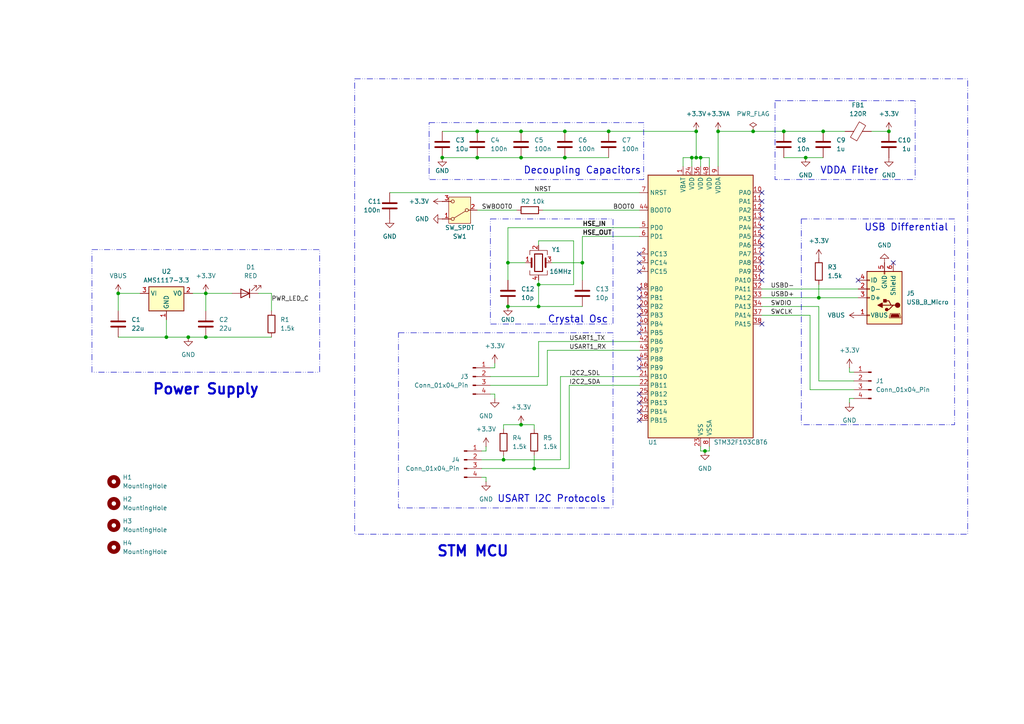
<source format=kicad_sch>
(kicad_sch
	(version 20231120)
	(generator "eeschema")
	(generator_version "8.0")
	(uuid "32adef18-e121-4ae1-a273-fb4ddc738de8")
	(paper "A4")
	(title_block
		(title "STM32F103CBT6 Board Recreation")
		(date "2025-03-31")
		(rev "V1")
		(company "Subramaniam B B")
	)
	(lib_symbols
		(symbol "Connector:Conn_01x04_Pin"
			(pin_names
				(offset 1.016) hide)
			(exclude_from_sim no)
			(in_bom yes)
			(on_board yes)
			(property "Reference" "J"
				(at 0 5.08 0)
				(effects
					(font
						(size 1.27 1.27)
					)
				)
			)
			(property "Value" "Conn_01x04_Pin"
				(at 0 -7.62 0)
				(effects
					(font
						(size 1.27 1.27)
					)
				)
			)
			(property "Footprint" ""
				(at 0 0 0)
				(effects
					(font
						(size 1.27 1.27)
					)
					(hide yes)
				)
			)
			(property "Datasheet" "~"
				(at 0 0 0)
				(effects
					(font
						(size 1.27 1.27)
					)
					(hide yes)
				)
			)
			(property "Description" "Generic connector, single row, 01x04, script generated"
				(at 0 0 0)
				(effects
					(font
						(size 1.27 1.27)
					)
					(hide yes)
				)
			)
			(property "ki_locked" ""
				(at 0 0 0)
				(effects
					(font
						(size 1.27 1.27)
					)
				)
			)
			(property "ki_keywords" "connector"
				(at 0 0 0)
				(effects
					(font
						(size 1.27 1.27)
					)
					(hide yes)
				)
			)
			(property "ki_fp_filters" "Connector*:*_1x??_*"
				(at 0 0 0)
				(effects
					(font
						(size 1.27 1.27)
					)
					(hide yes)
				)
			)
			(symbol "Conn_01x04_Pin_1_1"
				(polyline
					(pts
						(xy 1.27 -5.08) (xy 0.8636 -5.08)
					)
					(stroke
						(width 0.1524)
						(type default)
					)
					(fill
						(type none)
					)
				)
				(polyline
					(pts
						(xy 1.27 -2.54) (xy 0.8636 -2.54)
					)
					(stroke
						(width 0.1524)
						(type default)
					)
					(fill
						(type none)
					)
				)
				(polyline
					(pts
						(xy 1.27 0) (xy 0.8636 0)
					)
					(stroke
						(width 0.1524)
						(type default)
					)
					(fill
						(type none)
					)
				)
				(polyline
					(pts
						(xy 1.27 2.54) (xy 0.8636 2.54)
					)
					(stroke
						(width 0.1524)
						(type default)
					)
					(fill
						(type none)
					)
				)
				(rectangle
					(start 0.8636 -4.953)
					(end 0 -5.207)
					(stroke
						(width 0.1524)
						(type default)
					)
					(fill
						(type outline)
					)
				)
				(rectangle
					(start 0.8636 -2.413)
					(end 0 -2.667)
					(stroke
						(width 0.1524)
						(type default)
					)
					(fill
						(type outline)
					)
				)
				(rectangle
					(start 0.8636 0.127)
					(end 0 -0.127)
					(stroke
						(width 0.1524)
						(type default)
					)
					(fill
						(type outline)
					)
				)
				(rectangle
					(start 0.8636 2.667)
					(end 0 2.413)
					(stroke
						(width 0.1524)
						(type default)
					)
					(fill
						(type outline)
					)
				)
				(pin passive line
					(at 5.08 2.54 180)
					(length 3.81)
					(name "Pin_1"
						(effects
							(font
								(size 1.27 1.27)
							)
						)
					)
					(number "1"
						(effects
							(font
								(size 1.27 1.27)
							)
						)
					)
				)
				(pin passive line
					(at 5.08 0 180)
					(length 3.81)
					(name "Pin_2"
						(effects
							(font
								(size 1.27 1.27)
							)
						)
					)
					(number "2"
						(effects
							(font
								(size 1.27 1.27)
							)
						)
					)
				)
				(pin passive line
					(at 5.08 -2.54 180)
					(length 3.81)
					(name "Pin_3"
						(effects
							(font
								(size 1.27 1.27)
							)
						)
					)
					(number "3"
						(effects
							(font
								(size 1.27 1.27)
							)
						)
					)
				)
				(pin passive line
					(at 5.08 -5.08 180)
					(length 3.81)
					(name "Pin_4"
						(effects
							(font
								(size 1.27 1.27)
							)
						)
					)
					(number "4"
						(effects
							(font
								(size 1.27 1.27)
							)
						)
					)
				)
			)
		)
		(symbol "Connector:USB_B_Micro"
			(pin_names
				(offset 1.016)
			)
			(exclude_from_sim no)
			(in_bom yes)
			(on_board yes)
			(property "Reference" "J"
				(at -5.08 11.43 0)
				(effects
					(font
						(size 1.27 1.27)
					)
					(justify left)
				)
			)
			(property "Value" "USB_B_Micro"
				(at -5.08 8.89 0)
				(effects
					(font
						(size 1.27 1.27)
					)
					(justify left)
				)
			)
			(property "Footprint" ""
				(at 3.81 -1.27 0)
				(effects
					(font
						(size 1.27 1.27)
					)
					(hide yes)
				)
			)
			(property "Datasheet" "~"
				(at 3.81 -1.27 0)
				(effects
					(font
						(size 1.27 1.27)
					)
					(hide yes)
				)
			)
			(property "Description" "USB Micro Type B connector"
				(at 0 0 0)
				(effects
					(font
						(size 1.27 1.27)
					)
					(hide yes)
				)
			)
			(property "ki_keywords" "connector USB micro"
				(at 0 0 0)
				(effects
					(font
						(size 1.27 1.27)
					)
					(hide yes)
				)
			)
			(property "ki_fp_filters" "USB*"
				(at 0 0 0)
				(effects
					(font
						(size 1.27 1.27)
					)
					(hide yes)
				)
			)
			(symbol "USB_B_Micro_0_1"
				(rectangle
					(start -5.08 -7.62)
					(end 5.08 7.62)
					(stroke
						(width 0.254)
						(type default)
					)
					(fill
						(type background)
					)
				)
				(circle
					(center -3.81 2.159)
					(radius 0.635)
					(stroke
						(width 0.254)
						(type default)
					)
					(fill
						(type outline)
					)
				)
				(circle
					(center -0.635 3.429)
					(radius 0.381)
					(stroke
						(width 0.254)
						(type default)
					)
					(fill
						(type outline)
					)
				)
				(rectangle
					(start -0.127 -7.62)
					(end 0.127 -6.858)
					(stroke
						(width 0)
						(type default)
					)
					(fill
						(type none)
					)
				)
				(polyline
					(pts
						(xy -1.905 2.159) (xy 0.635 2.159)
					)
					(stroke
						(width 0.254)
						(type default)
					)
					(fill
						(type none)
					)
				)
				(polyline
					(pts
						(xy -3.175 2.159) (xy -2.54 2.159) (xy -1.27 3.429) (xy -0.635 3.429)
					)
					(stroke
						(width 0.254)
						(type default)
					)
					(fill
						(type none)
					)
				)
				(polyline
					(pts
						(xy -2.54 2.159) (xy -1.905 2.159) (xy -1.27 0.889) (xy 0 0.889)
					)
					(stroke
						(width 0.254)
						(type default)
					)
					(fill
						(type none)
					)
				)
				(polyline
					(pts
						(xy 0.635 2.794) (xy 0.635 1.524) (xy 1.905 2.159) (xy 0.635 2.794)
					)
					(stroke
						(width 0.254)
						(type default)
					)
					(fill
						(type outline)
					)
				)
				(polyline
					(pts
						(xy -4.318 5.588) (xy -1.778 5.588) (xy -2.032 4.826) (xy -4.064 4.826) (xy -4.318 5.588)
					)
					(stroke
						(width 0)
						(type default)
					)
					(fill
						(type outline)
					)
				)
				(polyline
					(pts
						(xy -4.699 5.842) (xy -4.699 5.588) (xy -4.445 4.826) (xy -4.445 4.572) (xy -1.651 4.572) (xy -1.651 4.826)
						(xy -1.397 5.588) (xy -1.397 5.842) (xy -4.699 5.842)
					)
					(stroke
						(width 0)
						(type default)
					)
					(fill
						(type none)
					)
				)
				(rectangle
					(start 0.254 1.27)
					(end -0.508 0.508)
					(stroke
						(width 0.254)
						(type default)
					)
					(fill
						(type outline)
					)
				)
				(rectangle
					(start 5.08 -5.207)
					(end 4.318 -4.953)
					(stroke
						(width 0)
						(type default)
					)
					(fill
						(type none)
					)
				)
				(rectangle
					(start 5.08 -2.667)
					(end 4.318 -2.413)
					(stroke
						(width 0)
						(type default)
					)
					(fill
						(type none)
					)
				)
				(rectangle
					(start 5.08 -0.127)
					(end 4.318 0.127)
					(stroke
						(width 0)
						(type default)
					)
					(fill
						(type none)
					)
				)
				(rectangle
					(start 5.08 4.953)
					(end 4.318 5.207)
					(stroke
						(width 0)
						(type default)
					)
					(fill
						(type none)
					)
				)
			)
			(symbol "USB_B_Micro_1_1"
				(pin power_out line
					(at 7.62 5.08 180)
					(length 2.54)
					(name "VBUS"
						(effects
							(font
								(size 1.27 1.27)
							)
						)
					)
					(number "1"
						(effects
							(font
								(size 1.27 1.27)
							)
						)
					)
				)
				(pin bidirectional line
					(at 7.62 -2.54 180)
					(length 2.54)
					(name "D-"
						(effects
							(font
								(size 1.27 1.27)
							)
						)
					)
					(number "2"
						(effects
							(font
								(size 1.27 1.27)
							)
						)
					)
				)
				(pin bidirectional line
					(at 7.62 0 180)
					(length 2.54)
					(name "D+"
						(effects
							(font
								(size 1.27 1.27)
							)
						)
					)
					(number "3"
						(effects
							(font
								(size 1.27 1.27)
							)
						)
					)
				)
				(pin passive line
					(at 7.62 -5.08 180)
					(length 2.54)
					(name "ID"
						(effects
							(font
								(size 1.27 1.27)
							)
						)
					)
					(number "4"
						(effects
							(font
								(size 1.27 1.27)
							)
						)
					)
				)
				(pin power_out line
					(at 0 -10.16 90)
					(length 2.54)
					(name "GND"
						(effects
							(font
								(size 1.27 1.27)
							)
						)
					)
					(number "5"
						(effects
							(font
								(size 1.27 1.27)
							)
						)
					)
				)
				(pin passive line
					(at -2.54 -10.16 90)
					(length 2.54)
					(name "Shield"
						(effects
							(font
								(size 1.27 1.27)
							)
						)
					)
					(number "6"
						(effects
							(font
								(size 1.27 1.27)
							)
						)
					)
				)
			)
		)
		(symbol "Device:C"
			(pin_numbers hide)
			(pin_names
				(offset 0.254)
			)
			(exclude_from_sim no)
			(in_bom yes)
			(on_board yes)
			(property "Reference" "C"
				(at 0.635 2.54 0)
				(effects
					(font
						(size 1.27 1.27)
					)
					(justify left)
				)
			)
			(property "Value" "C"
				(at 0.635 -2.54 0)
				(effects
					(font
						(size 1.27 1.27)
					)
					(justify left)
				)
			)
			(property "Footprint" ""
				(at 0.9652 -3.81 0)
				(effects
					(font
						(size 1.27 1.27)
					)
					(hide yes)
				)
			)
			(property "Datasheet" "~"
				(at 0 0 0)
				(effects
					(font
						(size 1.27 1.27)
					)
					(hide yes)
				)
			)
			(property "Description" "Unpolarized capacitor"
				(at 0 0 0)
				(effects
					(font
						(size 1.27 1.27)
					)
					(hide yes)
				)
			)
			(property "ki_keywords" "cap capacitor"
				(at 0 0 0)
				(effects
					(font
						(size 1.27 1.27)
					)
					(hide yes)
				)
			)
			(property "ki_fp_filters" "C_*"
				(at 0 0 0)
				(effects
					(font
						(size 1.27 1.27)
					)
					(hide yes)
				)
			)
			(symbol "C_0_1"
				(polyline
					(pts
						(xy -2.032 -0.762) (xy 2.032 -0.762)
					)
					(stroke
						(width 0.508)
						(type default)
					)
					(fill
						(type none)
					)
				)
				(polyline
					(pts
						(xy -2.032 0.762) (xy 2.032 0.762)
					)
					(stroke
						(width 0.508)
						(type default)
					)
					(fill
						(type none)
					)
				)
			)
			(symbol "C_1_1"
				(pin passive line
					(at 0 3.81 270)
					(length 2.794)
					(name "~"
						(effects
							(font
								(size 1.27 1.27)
							)
						)
					)
					(number "1"
						(effects
							(font
								(size 1.27 1.27)
							)
						)
					)
				)
				(pin passive line
					(at 0 -3.81 90)
					(length 2.794)
					(name "~"
						(effects
							(font
								(size 1.27 1.27)
							)
						)
					)
					(number "2"
						(effects
							(font
								(size 1.27 1.27)
							)
						)
					)
				)
			)
		)
		(symbol "Device:Crystal_GND24"
			(pin_names
				(offset 1.016) hide)
			(exclude_from_sim no)
			(in_bom yes)
			(on_board yes)
			(property "Reference" "Y"
				(at 3.175 5.08 0)
				(effects
					(font
						(size 1.27 1.27)
					)
					(justify left)
				)
			)
			(property "Value" "Crystal_GND24"
				(at 3.175 3.175 0)
				(effects
					(font
						(size 1.27 1.27)
					)
					(justify left)
				)
			)
			(property "Footprint" ""
				(at 0 0 0)
				(effects
					(font
						(size 1.27 1.27)
					)
					(hide yes)
				)
			)
			(property "Datasheet" "~"
				(at 0 0 0)
				(effects
					(font
						(size 1.27 1.27)
					)
					(hide yes)
				)
			)
			(property "Description" "Four pin crystal, GND on pins 2 and 4"
				(at 0 0 0)
				(effects
					(font
						(size 1.27 1.27)
					)
					(hide yes)
				)
			)
			(property "ki_keywords" "quartz ceramic resonator oscillator"
				(at 0 0 0)
				(effects
					(font
						(size 1.27 1.27)
					)
					(hide yes)
				)
			)
			(property "ki_fp_filters" "Crystal*"
				(at 0 0 0)
				(effects
					(font
						(size 1.27 1.27)
					)
					(hide yes)
				)
			)
			(symbol "Crystal_GND24_0_1"
				(rectangle
					(start -1.143 2.54)
					(end 1.143 -2.54)
					(stroke
						(width 0.3048)
						(type default)
					)
					(fill
						(type none)
					)
				)
				(polyline
					(pts
						(xy -2.54 0) (xy -2.032 0)
					)
					(stroke
						(width 0)
						(type default)
					)
					(fill
						(type none)
					)
				)
				(polyline
					(pts
						(xy -2.032 -1.27) (xy -2.032 1.27)
					)
					(stroke
						(width 0.508)
						(type default)
					)
					(fill
						(type none)
					)
				)
				(polyline
					(pts
						(xy 0 -3.81) (xy 0 -3.556)
					)
					(stroke
						(width 0)
						(type default)
					)
					(fill
						(type none)
					)
				)
				(polyline
					(pts
						(xy 0 3.556) (xy 0 3.81)
					)
					(stroke
						(width 0)
						(type default)
					)
					(fill
						(type none)
					)
				)
				(polyline
					(pts
						(xy 2.032 -1.27) (xy 2.032 1.27)
					)
					(stroke
						(width 0.508)
						(type default)
					)
					(fill
						(type none)
					)
				)
				(polyline
					(pts
						(xy 2.032 0) (xy 2.54 0)
					)
					(stroke
						(width 0)
						(type default)
					)
					(fill
						(type none)
					)
				)
				(polyline
					(pts
						(xy -2.54 -2.286) (xy -2.54 -3.556) (xy 2.54 -3.556) (xy 2.54 -2.286)
					)
					(stroke
						(width 0)
						(type default)
					)
					(fill
						(type none)
					)
				)
				(polyline
					(pts
						(xy -2.54 2.286) (xy -2.54 3.556) (xy 2.54 3.556) (xy 2.54 2.286)
					)
					(stroke
						(width 0)
						(type default)
					)
					(fill
						(type none)
					)
				)
			)
			(symbol "Crystal_GND24_1_1"
				(pin passive line
					(at -3.81 0 0)
					(length 1.27)
					(name "1"
						(effects
							(font
								(size 1.27 1.27)
							)
						)
					)
					(number "1"
						(effects
							(font
								(size 1.27 1.27)
							)
						)
					)
				)
				(pin passive line
					(at 0 5.08 270)
					(length 1.27)
					(name "2"
						(effects
							(font
								(size 1.27 1.27)
							)
						)
					)
					(number "2"
						(effects
							(font
								(size 1.27 1.27)
							)
						)
					)
				)
				(pin passive line
					(at 3.81 0 180)
					(length 1.27)
					(name "3"
						(effects
							(font
								(size 1.27 1.27)
							)
						)
					)
					(number "3"
						(effects
							(font
								(size 1.27 1.27)
							)
						)
					)
				)
				(pin passive line
					(at 0 -5.08 90)
					(length 1.27)
					(name "4"
						(effects
							(font
								(size 1.27 1.27)
							)
						)
					)
					(number "4"
						(effects
							(font
								(size 1.27 1.27)
							)
						)
					)
				)
			)
		)
		(symbol "Device:FerriteBead"
			(pin_numbers hide)
			(pin_names
				(offset 0)
			)
			(exclude_from_sim no)
			(in_bom yes)
			(on_board yes)
			(property "Reference" "FB"
				(at -3.81 0.635 90)
				(effects
					(font
						(size 1.27 1.27)
					)
				)
			)
			(property "Value" "FerriteBead"
				(at 3.81 0 90)
				(effects
					(font
						(size 1.27 1.27)
					)
				)
			)
			(property "Footprint" ""
				(at -1.778 0 90)
				(effects
					(font
						(size 1.27 1.27)
					)
					(hide yes)
				)
			)
			(property "Datasheet" "~"
				(at 0 0 0)
				(effects
					(font
						(size 1.27 1.27)
					)
					(hide yes)
				)
			)
			(property "Description" "Ferrite bead"
				(at 0 0 0)
				(effects
					(font
						(size 1.27 1.27)
					)
					(hide yes)
				)
			)
			(property "ki_keywords" "L ferrite bead inductor filter"
				(at 0 0 0)
				(effects
					(font
						(size 1.27 1.27)
					)
					(hide yes)
				)
			)
			(property "ki_fp_filters" "Inductor_* L_* *Ferrite*"
				(at 0 0 0)
				(effects
					(font
						(size 1.27 1.27)
					)
					(hide yes)
				)
			)
			(symbol "FerriteBead_0_1"
				(polyline
					(pts
						(xy 0 -1.27) (xy 0 -1.2192)
					)
					(stroke
						(width 0)
						(type default)
					)
					(fill
						(type none)
					)
				)
				(polyline
					(pts
						(xy 0 1.27) (xy 0 1.2954)
					)
					(stroke
						(width 0)
						(type default)
					)
					(fill
						(type none)
					)
				)
				(polyline
					(pts
						(xy -2.7686 0.4064) (xy -1.7018 2.2606) (xy 2.7686 -0.3048) (xy 1.6764 -2.159) (xy -2.7686 0.4064)
					)
					(stroke
						(width 0)
						(type default)
					)
					(fill
						(type none)
					)
				)
			)
			(symbol "FerriteBead_1_1"
				(pin passive line
					(at 0 3.81 270)
					(length 2.54)
					(name "~"
						(effects
							(font
								(size 1.27 1.27)
							)
						)
					)
					(number "1"
						(effects
							(font
								(size 1.27 1.27)
							)
						)
					)
				)
				(pin passive line
					(at 0 -3.81 90)
					(length 2.54)
					(name "~"
						(effects
							(font
								(size 1.27 1.27)
							)
						)
					)
					(number "2"
						(effects
							(font
								(size 1.27 1.27)
							)
						)
					)
				)
			)
		)
		(symbol "Device:LED"
			(pin_numbers hide)
			(pin_names
				(offset 1.016) hide)
			(exclude_from_sim no)
			(in_bom yes)
			(on_board yes)
			(property "Reference" "D"
				(at 0 2.54 0)
				(effects
					(font
						(size 1.27 1.27)
					)
				)
			)
			(property "Value" "LED"
				(at 0 -2.54 0)
				(effects
					(font
						(size 1.27 1.27)
					)
				)
			)
			(property "Footprint" ""
				(at 0 0 0)
				(effects
					(font
						(size 1.27 1.27)
					)
					(hide yes)
				)
			)
			(property "Datasheet" "~"
				(at 0 0 0)
				(effects
					(font
						(size 1.27 1.27)
					)
					(hide yes)
				)
			)
			(property "Description" "Light emitting diode"
				(at 0 0 0)
				(effects
					(font
						(size 1.27 1.27)
					)
					(hide yes)
				)
			)
			(property "ki_keywords" "LED diode"
				(at 0 0 0)
				(effects
					(font
						(size 1.27 1.27)
					)
					(hide yes)
				)
			)
			(property "ki_fp_filters" "LED* LED_SMD:* LED_THT:*"
				(at 0 0 0)
				(effects
					(font
						(size 1.27 1.27)
					)
					(hide yes)
				)
			)
			(symbol "LED_0_1"
				(polyline
					(pts
						(xy -1.27 -1.27) (xy -1.27 1.27)
					)
					(stroke
						(width 0.254)
						(type default)
					)
					(fill
						(type none)
					)
				)
				(polyline
					(pts
						(xy -1.27 0) (xy 1.27 0)
					)
					(stroke
						(width 0)
						(type default)
					)
					(fill
						(type none)
					)
				)
				(polyline
					(pts
						(xy 1.27 -1.27) (xy 1.27 1.27) (xy -1.27 0) (xy 1.27 -1.27)
					)
					(stroke
						(width 0.254)
						(type default)
					)
					(fill
						(type none)
					)
				)
				(polyline
					(pts
						(xy -3.048 -0.762) (xy -4.572 -2.286) (xy -3.81 -2.286) (xy -4.572 -2.286) (xy -4.572 -1.524)
					)
					(stroke
						(width 0)
						(type default)
					)
					(fill
						(type none)
					)
				)
				(polyline
					(pts
						(xy -1.778 -0.762) (xy -3.302 -2.286) (xy -2.54 -2.286) (xy -3.302 -2.286) (xy -3.302 -1.524)
					)
					(stroke
						(width 0)
						(type default)
					)
					(fill
						(type none)
					)
				)
			)
			(symbol "LED_1_1"
				(pin passive line
					(at -3.81 0 0)
					(length 2.54)
					(name "K"
						(effects
							(font
								(size 1.27 1.27)
							)
						)
					)
					(number "1"
						(effects
							(font
								(size 1.27 1.27)
							)
						)
					)
				)
				(pin passive line
					(at 3.81 0 180)
					(length 2.54)
					(name "A"
						(effects
							(font
								(size 1.27 1.27)
							)
						)
					)
					(number "2"
						(effects
							(font
								(size 1.27 1.27)
							)
						)
					)
				)
			)
		)
		(symbol "Device:R"
			(pin_numbers hide)
			(pin_names
				(offset 0)
			)
			(exclude_from_sim no)
			(in_bom yes)
			(on_board yes)
			(property "Reference" "R"
				(at 2.032 0 90)
				(effects
					(font
						(size 1.27 1.27)
					)
				)
			)
			(property "Value" "R"
				(at 0 0 90)
				(effects
					(font
						(size 1.27 1.27)
					)
				)
			)
			(property "Footprint" ""
				(at -1.778 0 90)
				(effects
					(font
						(size 1.27 1.27)
					)
					(hide yes)
				)
			)
			(property "Datasheet" "~"
				(at 0 0 0)
				(effects
					(font
						(size 1.27 1.27)
					)
					(hide yes)
				)
			)
			(property "Description" "Resistor"
				(at 0 0 0)
				(effects
					(font
						(size 1.27 1.27)
					)
					(hide yes)
				)
			)
			(property "ki_keywords" "R res resistor"
				(at 0 0 0)
				(effects
					(font
						(size 1.27 1.27)
					)
					(hide yes)
				)
			)
			(property "ki_fp_filters" "R_*"
				(at 0 0 0)
				(effects
					(font
						(size 1.27 1.27)
					)
					(hide yes)
				)
			)
			(symbol "R_0_1"
				(rectangle
					(start -1.016 -2.54)
					(end 1.016 2.54)
					(stroke
						(width 0.254)
						(type default)
					)
					(fill
						(type none)
					)
				)
			)
			(symbol "R_1_1"
				(pin passive line
					(at 0 3.81 270)
					(length 1.27)
					(name "~"
						(effects
							(font
								(size 1.27 1.27)
							)
						)
					)
					(number "1"
						(effects
							(font
								(size 1.27 1.27)
							)
						)
					)
				)
				(pin passive line
					(at 0 -3.81 90)
					(length 1.27)
					(name "~"
						(effects
							(font
								(size 1.27 1.27)
							)
						)
					)
					(number "2"
						(effects
							(font
								(size 1.27 1.27)
							)
						)
					)
				)
			)
		)
		(symbol "MCU_ST_STM32F1:STM32F103CBTx"
			(exclude_from_sim no)
			(in_bom yes)
			(on_board yes)
			(property "Reference" "U"
				(at -15.24 39.37 0)
				(effects
					(font
						(size 1.27 1.27)
					)
					(justify left)
				)
			)
			(property "Value" "STM32F103CBTx"
				(at 7.62 39.37 0)
				(effects
					(font
						(size 1.27 1.27)
					)
					(justify left)
				)
			)
			(property "Footprint" "Package_QFP:LQFP-48_7x7mm_P0.5mm"
				(at -15.24 -38.1 0)
				(effects
					(font
						(size 1.27 1.27)
					)
					(justify right)
					(hide yes)
				)
			)
			(property "Datasheet" "https://www.st.com/resource/en/datasheet/stm32f103cb.pdf"
				(at 0 0 0)
				(effects
					(font
						(size 1.27 1.27)
					)
					(hide yes)
				)
			)
			(property "Description" "STMicroelectronics Arm Cortex-M3 MCU, 128KB flash, 20KB RAM, 72 MHz, 2.0-3.6V, 37 GPIO, LQFP48"
				(at 0 0 0)
				(effects
					(font
						(size 1.27 1.27)
					)
					(hide yes)
				)
			)
			(property "ki_keywords" "Arm Cortex-M3 STM32F1 STM32F103"
				(at 0 0 0)
				(effects
					(font
						(size 1.27 1.27)
					)
					(hide yes)
				)
			)
			(property "ki_fp_filters" "LQFP*7x7mm*P0.5mm*"
				(at 0 0 0)
				(effects
					(font
						(size 1.27 1.27)
					)
					(hide yes)
				)
			)
			(symbol "STM32F103CBTx_0_1"
				(rectangle
					(start -15.24 -38.1)
					(end 15.24 38.1)
					(stroke
						(width 0.254)
						(type default)
					)
					(fill
						(type background)
					)
				)
			)
			(symbol "STM32F103CBTx_1_1"
				(pin power_in line
					(at -5.08 40.64 270)
					(length 2.54)
					(name "VBAT"
						(effects
							(font
								(size 1.27 1.27)
							)
						)
					)
					(number "1"
						(effects
							(font
								(size 1.27 1.27)
							)
						)
					)
				)
				(pin bidirectional line
					(at 17.78 33.02 180)
					(length 2.54)
					(name "PA0"
						(effects
							(font
								(size 1.27 1.27)
							)
						)
					)
					(number "10"
						(effects
							(font
								(size 1.27 1.27)
							)
						)
					)
					(alternate "ADC1_IN0" bidirectional line)
					(alternate "ADC2_IN0" bidirectional line)
					(alternate "SYS_WKUP" bidirectional line)
					(alternate "TIM2_CH1" bidirectional line)
					(alternate "TIM2_ETR" bidirectional line)
					(alternate "USART2_CTS" bidirectional line)
				)
				(pin bidirectional line
					(at 17.78 30.48 180)
					(length 2.54)
					(name "PA1"
						(effects
							(font
								(size 1.27 1.27)
							)
						)
					)
					(number "11"
						(effects
							(font
								(size 1.27 1.27)
							)
						)
					)
					(alternate "ADC1_IN1" bidirectional line)
					(alternate "ADC2_IN1" bidirectional line)
					(alternate "TIM2_CH2" bidirectional line)
					(alternate "USART2_RTS" bidirectional line)
				)
				(pin bidirectional line
					(at 17.78 27.94 180)
					(length 2.54)
					(name "PA2"
						(effects
							(font
								(size 1.27 1.27)
							)
						)
					)
					(number "12"
						(effects
							(font
								(size 1.27 1.27)
							)
						)
					)
					(alternate "ADC1_IN2" bidirectional line)
					(alternate "ADC2_IN2" bidirectional line)
					(alternate "TIM2_CH3" bidirectional line)
					(alternate "USART2_TX" bidirectional line)
				)
				(pin bidirectional line
					(at 17.78 25.4 180)
					(length 2.54)
					(name "PA3"
						(effects
							(font
								(size 1.27 1.27)
							)
						)
					)
					(number "13"
						(effects
							(font
								(size 1.27 1.27)
							)
						)
					)
					(alternate "ADC1_IN3" bidirectional line)
					(alternate "ADC2_IN3" bidirectional line)
					(alternate "TIM2_CH4" bidirectional line)
					(alternate "USART2_RX" bidirectional line)
				)
				(pin bidirectional line
					(at 17.78 22.86 180)
					(length 2.54)
					(name "PA4"
						(effects
							(font
								(size 1.27 1.27)
							)
						)
					)
					(number "14"
						(effects
							(font
								(size 1.27 1.27)
							)
						)
					)
					(alternate "ADC1_IN4" bidirectional line)
					(alternate "ADC2_IN4" bidirectional line)
					(alternate "SPI1_NSS" bidirectional line)
					(alternate "USART2_CK" bidirectional line)
				)
				(pin bidirectional line
					(at 17.78 20.32 180)
					(length 2.54)
					(name "PA5"
						(effects
							(font
								(size 1.27 1.27)
							)
						)
					)
					(number "15"
						(effects
							(font
								(size 1.27 1.27)
							)
						)
					)
					(alternate "ADC1_IN5" bidirectional line)
					(alternate "ADC2_IN5" bidirectional line)
					(alternate "SPI1_SCK" bidirectional line)
				)
				(pin bidirectional line
					(at 17.78 17.78 180)
					(length 2.54)
					(name "PA6"
						(effects
							(font
								(size 1.27 1.27)
							)
						)
					)
					(number "16"
						(effects
							(font
								(size 1.27 1.27)
							)
						)
					)
					(alternate "ADC1_IN6" bidirectional line)
					(alternate "ADC2_IN6" bidirectional line)
					(alternate "SPI1_MISO" bidirectional line)
					(alternate "TIM1_BKIN" bidirectional line)
					(alternate "TIM3_CH1" bidirectional line)
				)
				(pin bidirectional line
					(at 17.78 15.24 180)
					(length 2.54)
					(name "PA7"
						(effects
							(font
								(size 1.27 1.27)
							)
						)
					)
					(number "17"
						(effects
							(font
								(size 1.27 1.27)
							)
						)
					)
					(alternate "ADC1_IN7" bidirectional line)
					(alternate "ADC2_IN7" bidirectional line)
					(alternate "SPI1_MOSI" bidirectional line)
					(alternate "TIM1_CH1N" bidirectional line)
					(alternate "TIM3_CH2" bidirectional line)
				)
				(pin bidirectional line
					(at -17.78 5.08 0)
					(length 2.54)
					(name "PB0"
						(effects
							(font
								(size 1.27 1.27)
							)
						)
					)
					(number "18"
						(effects
							(font
								(size 1.27 1.27)
							)
						)
					)
					(alternate "ADC1_IN8" bidirectional line)
					(alternate "ADC2_IN8" bidirectional line)
					(alternate "TIM1_CH2N" bidirectional line)
					(alternate "TIM3_CH3" bidirectional line)
				)
				(pin bidirectional line
					(at -17.78 2.54 0)
					(length 2.54)
					(name "PB1"
						(effects
							(font
								(size 1.27 1.27)
							)
						)
					)
					(number "19"
						(effects
							(font
								(size 1.27 1.27)
							)
						)
					)
					(alternate "ADC1_IN9" bidirectional line)
					(alternate "ADC2_IN9" bidirectional line)
					(alternate "TIM1_CH3N" bidirectional line)
					(alternate "TIM3_CH4" bidirectional line)
				)
				(pin bidirectional line
					(at -17.78 15.24 0)
					(length 2.54)
					(name "PC13"
						(effects
							(font
								(size 1.27 1.27)
							)
						)
					)
					(number "2"
						(effects
							(font
								(size 1.27 1.27)
							)
						)
					)
					(alternate "RTC_OUT" bidirectional line)
					(alternate "RTC_TAMPER" bidirectional line)
				)
				(pin bidirectional line
					(at -17.78 0 0)
					(length 2.54)
					(name "PB2"
						(effects
							(font
								(size 1.27 1.27)
							)
						)
					)
					(number "20"
						(effects
							(font
								(size 1.27 1.27)
							)
						)
					)
				)
				(pin bidirectional line
					(at -17.78 -20.32 0)
					(length 2.54)
					(name "PB10"
						(effects
							(font
								(size 1.27 1.27)
							)
						)
					)
					(number "21"
						(effects
							(font
								(size 1.27 1.27)
							)
						)
					)
					(alternate "I2C2_SCL" bidirectional line)
					(alternate "TIM2_CH3" bidirectional line)
					(alternate "USART3_TX" bidirectional line)
				)
				(pin bidirectional line
					(at -17.78 -22.86 0)
					(length 2.54)
					(name "PB11"
						(effects
							(font
								(size 1.27 1.27)
							)
						)
					)
					(number "22"
						(effects
							(font
								(size 1.27 1.27)
							)
						)
					)
					(alternate "ADC1_EXTI11" bidirectional line)
					(alternate "ADC2_EXTI11" bidirectional line)
					(alternate "I2C2_SDA" bidirectional line)
					(alternate "TIM2_CH4" bidirectional line)
					(alternate "USART3_RX" bidirectional line)
				)
				(pin power_in line
					(at 0 -40.64 90)
					(length 2.54)
					(name "VSS"
						(effects
							(font
								(size 1.27 1.27)
							)
						)
					)
					(number "23"
						(effects
							(font
								(size 1.27 1.27)
							)
						)
					)
				)
				(pin power_in line
					(at -2.54 40.64 270)
					(length 2.54)
					(name "VDD"
						(effects
							(font
								(size 1.27 1.27)
							)
						)
					)
					(number "24"
						(effects
							(font
								(size 1.27 1.27)
							)
						)
					)
				)
				(pin bidirectional line
					(at -17.78 -25.4 0)
					(length 2.54)
					(name "PB12"
						(effects
							(font
								(size 1.27 1.27)
							)
						)
					)
					(number "25"
						(effects
							(font
								(size 1.27 1.27)
							)
						)
					)
					(alternate "I2C2_SMBA" bidirectional line)
					(alternate "SPI2_NSS" bidirectional line)
					(alternate "TIM1_BKIN" bidirectional line)
					(alternate "USART3_CK" bidirectional line)
				)
				(pin bidirectional line
					(at -17.78 -27.94 0)
					(length 2.54)
					(name "PB13"
						(effects
							(font
								(size 1.27 1.27)
							)
						)
					)
					(number "26"
						(effects
							(font
								(size 1.27 1.27)
							)
						)
					)
					(alternate "SPI2_SCK" bidirectional line)
					(alternate "TIM1_CH1N" bidirectional line)
					(alternate "USART3_CTS" bidirectional line)
				)
				(pin bidirectional line
					(at -17.78 -30.48 0)
					(length 2.54)
					(name "PB14"
						(effects
							(font
								(size 1.27 1.27)
							)
						)
					)
					(number "27"
						(effects
							(font
								(size 1.27 1.27)
							)
						)
					)
					(alternate "SPI2_MISO" bidirectional line)
					(alternate "TIM1_CH2N" bidirectional line)
					(alternate "USART3_RTS" bidirectional line)
				)
				(pin bidirectional line
					(at -17.78 -33.02 0)
					(length 2.54)
					(name "PB15"
						(effects
							(font
								(size 1.27 1.27)
							)
						)
					)
					(number "28"
						(effects
							(font
								(size 1.27 1.27)
							)
						)
					)
					(alternate "ADC1_EXTI15" bidirectional line)
					(alternate "ADC2_EXTI15" bidirectional line)
					(alternate "SPI2_MOSI" bidirectional line)
					(alternate "TIM1_CH3N" bidirectional line)
				)
				(pin bidirectional line
					(at 17.78 12.7 180)
					(length 2.54)
					(name "PA8"
						(effects
							(font
								(size 1.27 1.27)
							)
						)
					)
					(number "29"
						(effects
							(font
								(size 1.27 1.27)
							)
						)
					)
					(alternate "RCC_MCO" bidirectional line)
					(alternate "TIM1_CH1" bidirectional line)
					(alternate "USART1_CK" bidirectional line)
				)
				(pin bidirectional line
					(at -17.78 12.7 0)
					(length 2.54)
					(name "PC14"
						(effects
							(font
								(size 1.27 1.27)
							)
						)
					)
					(number "3"
						(effects
							(font
								(size 1.27 1.27)
							)
						)
					)
					(alternate "RCC_OSC32_IN" bidirectional line)
				)
				(pin bidirectional line
					(at 17.78 10.16 180)
					(length 2.54)
					(name "PA9"
						(effects
							(font
								(size 1.27 1.27)
							)
						)
					)
					(number "30"
						(effects
							(font
								(size 1.27 1.27)
							)
						)
					)
					(alternate "TIM1_CH2" bidirectional line)
					(alternate "USART1_TX" bidirectional line)
				)
				(pin bidirectional line
					(at 17.78 7.62 180)
					(length 2.54)
					(name "PA10"
						(effects
							(font
								(size 1.27 1.27)
							)
						)
					)
					(number "31"
						(effects
							(font
								(size 1.27 1.27)
							)
						)
					)
					(alternate "TIM1_CH3" bidirectional line)
					(alternate "USART1_RX" bidirectional line)
				)
				(pin bidirectional line
					(at 17.78 5.08 180)
					(length 2.54)
					(name "PA11"
						(effects
							(font
								(size 1.27 1.27)
							)
						)
					)
					(number "32"
						(effects
							(font
								(size 1.27 1.27)
							)
						)
					)
					(alternate "ADC1_EXTI11" bidirectional line)
					(alternate "ADC2_EXTI11" bidirectional line)
					(alternate "CAN_RX" bidirectional line)
					(alternate "TIM1_CH4" bidirectional line)
					(alternate "USART1_CTS" bidirectional line)
					(alternate "USB_DM" bidirectional line)
				)
				(pin bidirectional line
					(at 17.78 2.54 180)
					(length 2.54)
					(name "PA12"
						(effects
							(font
								(size 1.27 1.27)
							)
						)
					)
					(number "33"
						(effects
							(font
								(size 1.27 1.27)
							)
						)
					)
					(alternate "CAN_TX" bidirectional line)
					(alternate "TIM1_ETR" bidirectional line)
					(alternate "USART1_RTS" bidirectional line)
					(alternate "USB_DP" bidirectional line)
				)
				(pin bidirectional line
					(at 17.78 0 180)
					(length 2.54)
					(name "PA13"
						(effects
							(font
								(size 1.27 1.27)
							)
						)
					)
					(number "34"
						(effects
							(font
								(size 1.27 1.27)
							)
						)
					)
					(alternate "SYS_JTMS-SWDIO" bidirectional line)
				)
				(pin passive line
					(at 0 -40.64 90)
					(length 2.54) hide
					(name "VSS"
						(effects
							(font
								(size 1.27 1.27)
							)
						)
					)
					(number "35"
						(effects
							(font
								(size 1.27 1.27)
							)
						)
					)
				)
				(pin power_in line
					(at 0 40.64 270)
					(length 2.54)
					(name "VDD"
						(effects
							(font
								(size 1.27 1.27)
							)
						)
					)
					(number "36"
						(effects
							(font
								(size 1.27 1.27)
							)
						)
					)
				)
				(pin bidirectional line
					(at 17.78 -2.54 180)
					(length 2.54)
					(name "PA14"
						(effects
							(font
								(size 1.27 1.27)
							)
						)
					)
					(number "37"
						(effects
							(font
								(size 1.27 1.27)
							)
						)
					)
					(alternate "SYS_JTCK-SWCLK" bidirectional line)
				)
				(pin bidirectional line
					(at 17.78 -5.08 180)
					(length 2.54)
					(name "PA15"
						(effects
							(font
								(size 1.27 1.27)
							)
						)
					)
					(number "38"
						(effects
							(font
								(size 1.27 1.27)
							)
						)
					)
					(alternate "ADC1_EXTI15" bidirectional line)
					(alternate "ADC2_EXTI15" bidirectional line)
					(alternate "SPI1_NSS" bidirectional line)
					(alternate "SYS_JTDI" bidirectional line)
					(alternate "TIM2_CH1" bidirectional line)
					(alternate "TIM2_ETR" bidirectional line)
				)
				(pin bidirectional line
					(at -17.78 -2.54 0)
					(length 2.54)
					(name "PB3"
						(effects
							(font
								(size 1.27 1.27)
							)
						)
					)
					(number "39"
						(effects
							(font
								(size 1.27 1.27)
							)
						)
					)
					(alternate "SPI1_SCK" bidirectional line)
					(alternate "SYS_JTDO-TRACESWO" bidirectional line)
					(alternate "TIM2_CH2" bidirectional line)
				)
				(pin bidirectional line
					(at -17.78 10.16 0)
					(length 2.54)
					(name "PC15"
						(effects
							(font
								(size 1.27 1.27)
							)
						)
					)
					(number "4"
						(effects
							(font
								(size 1.27 1.27)
							)
						)
					)
					(alternate "ADC1_EXTI15" bidirectional line)
					(alternate "ADC2_EXTI15" bidirectional line)
					(alternate "RCC_OSC32_OUT" bidirectional line)
				)
				(pin bidirectional line
					(at -17.78 -5.08 0)
					(length 2.54)
					(name "PB4"
						(effects
							(font
								(size 1.27 1.27)
							)
						)
					)
					(number "40"
						(effects
							(font
								(size 1.27 1.27)
							)
						)
					)
					(alternate "SPI1_MISO" bidirectional line)
					(alternate "SYS_NJTRST" bidirectional line)
					(alternate "TIM3_CH1" bidirectional line)
				)
				(pin bidirectional line
					(at -17.78 -7.62 0)
					(length 2.54)
					(name "PB5"
						(effects
							(font
								(size 1.27 1.27)
							)
						)
					)
					(number "41"
						(effects
							(font
								(size 1.27 1.27)
							)
						)
					)
					(alternate "I2C1_SMBA" bidirectional line)
					(alternate "SPI1_MOSI" bidirectional line)
					(alternate "TIM3_CH2" bidirectional line)
				)
				(pin bidirectional line
					(at -17.78 -10.16 0)
					(length 2.54)
					(name "PB6"
						(effects
							(font
								(size 1.27 1.27)
							)
						)
					)
					(number "42"
						(effects
							(font
								(size 1.27 1.27)
							)
						)
					)
					(alternate "I2C1_SCL" bidirectional line)
					(alternate "TIM4_CH1" bidirectional line)
					(alternate "USART1_TX" bidirectional line)
				)
				(pin bidirectional line
					(at -17.78 -12.7 0)
					(length 2.54)
					(name "PB7"
						(effects
							(font
								(size 1.27 1.27)
							)
						)
					)
					(number "43"
						(effects
							(font
								(size 1.27 1.27)
							)
						)
					)
					(alternate "I2C1_SDA" bidirectional line)
					(alternate "TIM4_CH2" bidirectional line)
					(alternate "USART1_RX" bidirectional line)
				)
				(pin input line
					(at -17.78 27.94 0)
					(length 2.54)
					(name "BOOT0"
						(effects
							(font
								(size 1.27 1.27)
							)
						)
					)
					(number "44"
						(effects
							(font
								(size 1.27 1.27)
							)
						)
					)
				)
				(pin bidirectional line
					(at -17.78 -15.24 0)
					(length 2.54)
					(name "PB8"
						(effects
							(font
								(size 1.27 1.27)
							)
						)
					)
					(number "45"
						(effects
							(font
								(size 1.27 1.27)
							)
						)
					)
					(alternate "CAN_RX" bidirectional line)
					(alternate "I2C1_SCL" bidirectional line)
					(alternate "TIM4_CH3" bidirectional line)
				)
				(pin bidirectional line
					(at -17.78 -17.78 0)
					(length 2.54)
					(name "PB9"
						(effects
							(font
								(size 1.27 1.27)
							)
						)
					)
					(number "46"
						(effects
							(font
								(size 1.27 1.27)
							)
						)
					)
					(alternate "CAN_TX" bidirectional line)
					(alternate "I2C1_SDA" bidirectional line)
					(alternate "TIM4_CH4" bidirectional line)
				)
				(pin passive line
					(at 0 -40.64 90)
					(length 2.54) hide
					(name "VSS"
						(effects
							(font
								(size 1.27 1.27)
							)
						)
					)
					(number "47"
						(effects
							(font
								(size 1.27 1.27)
							)
						)
					)
				)
				(pin power_in line
					(at 2.54 40.64 270)
					(length 2.54)
					(name "VDD"
						(effects
							(font
								(size 1.27 1.27)
							)
						)
					)
					(number "48"
						(effects
							(font
								(size 1.27 1.27)
							)
						)
					)
				)
				(pin bidirectional line
					(at -17.78 22.86 0)
					(length 2.54)
					(name "PD0"
						(effects
							(font
								(size 1.27 1.27)
							)
						)
					)
					(number "5"
						(effects
							(font
								(size 1.27 1.27)
							)
						)
					)
					(alternate "RCC_OSC_IN" bidirectional line)
				)
				(pin bidirectional line
					(at -17.78 20.32 0)
					(length 2.54)
					(name "PD1"
						(effects
							(font
								(size 1.27 1.27)
							)
						)
					)
					(number "6"
						(effects
							(font
								(size 1.27 1.27)
							)
						)
					)
					(alternate "RCC_OSC_OUT" bidirectional line)
				)
				(pin input line
					(at -17.78 33.02 0)
					(length 2.54)
					(name "NRST"
						(effects
							(font
								(size 1.27 1.27)
							)
						)
					)
					(number "7"
						(effects
							(font
								(size 1.27 1.27)
							)
						)
					)
				)
				(pin power_in line
					(at 2.54 -40.64 90)
					(length 2.54)
					(name "VSSA"
						(effects
							(font
								(size 1.27 1.27)
							)
						)
					)
					(number "8"
						(effects
							(font
								(size 1.27 1.27)
							)
						)
					)
				)
				(pin power_in line
					(at 5.08 40.64 270)
					(length 2.54)
					(name "VDDA"
						(effects
							(font
								(size 1.27 1.27)
							)
						)
					)
					(number "9"
						(effects
							(font
								(size 1.27 1.27)
							)
						)
					)
				)
			)
		)
		(symbol "Mechanical:MountingHole"
			(pin_names
				(offset 1.016)
			)
			(exclude_from_sim yes)
			(in_bom no)
			(on_board yes)
			(property "Reference" "H"
				(at 0 5.08 0)
				(effects
					(font
						(size 1.27 1.27)
					)
				)
			)
			(property "Value" "MountingHole"
				(at 0 3.175 0)
				(effects
					(font
						(size 1.27 1.27)
					)
				)
			)
			(property "Footprint" ""
				(at 0 0 0)
				(effects
					(font
						(size 1.27 1.27)
					)
					(hide yes)
				)
			)
			(property "Datasheet" "~"
				(at 0 0 0)
				(effects
					(font
						(size 1.27 1.27)
					)
					(hide yes)
				)
			)
			(property "Description" "Mounting Hole without connection"
				(at 0 0 0)
				(effects
					(font
						(size 1.27 1.27)
					)
					(hide yes)
				)
			)
			(property "ki_keywords" "mounting hole"
				(at 0 0 0)
				(effects
					(font
						(size 1.27 1.27)
					)
					(hide yes)
				)
			)
			(property "ki_fp_filters" "MountingHole*"
				(at 0 0 0)
				(effects
					(font
						(size 1.27 1.27)
					)
					(hide yes)
				)
			)
			(symbol "MountingHole_0_1"
				(circle
					(center 0 0)
					(radius 1.27)
					(stroke
						(width 1.27)
						(type default)
					)
					(fill
						(type none)
					)
				)
			)
		)
		(symbol "Regulator_Linear:AMS1117-3.3"
			(exclude_from_sim no)
			(in_bom yes)
			(on_board yes)
			(property "Reference" "U"
				(at -3.81 3.175 0)
				(effects
					(font
						(size 1.27 1.27)
					)
				)
			)
			(property "Value" "AMS1117-3.3"
				(at 0 3.175 0)
				(effects
					(font
						(size 1.27 1.27)
					)
					(justify left)
				)
			)
			(property "Footprint" "Package_TO_SOT_SMD:SOT-223-3_TabPin2"
				(at 0 5.08 0)
				(effects
					(font
						(size 1.27 1.27)
					)
					(hide yes)
				)
			)
			(property "Datasheet" "http://www.advanced-monolithic.com/pdf/ds1117.pdf"
				(at 2.54 -6.35 0)
				(effects
					(font
						(size 1.27 1.27)
					)
					(hide yes)
				)
			)
			(property "Description" "1A Low Dropout regulator, positive, 3.3V fixed output, SOT-223"
				(at 0 0 0)
				(effects
					(font
						(size 1.27 1.27)
					)
					(hide yes)
				)
			)
			(property "ki_keywords" "linear regulator ldo fixed positive"
				(at 0 0 0)
				(effects
					(font
						(size 1.27 1.27)
					)
					(hide yes)
				)
			)
			(property "ki_fp_filters" "SOT?223*TabPin2*"
				(at 0 0 0)
				(effects
					(font
						(size 1.27 1.27)
					)
					(hide yes)
				)
			)
			(symbol "AMS1117-3.3_0_1"
				(rectangle
					(start -5.08 -5.08)
					(end 5.08 1.905)
					(stroke
						(width 0.254)
						(type default)
					)
					(fill
						(type background)
					)
				)
			)
			(symbol "AMS1117-3.3_1_1"
				(pin power_in line
					(at 0 -7.62 90)
					(length 2.54)
					(name "GND"
						(effects
							(font
								(size 1.27 1.27)
							)
						)
					)
					(number "1"
						(effects
							(font
								(size 1.27 1.27)
							)
						)
					)
				)
				(pin power_out line
					(at 7.62 0 180)
					(length 2.54)
					(name "VO"
						(effects
							(font
								(size 1.27 1.27)
							)
						)
					)
					(number "2"
						(effects
							(font
								(size 1.27 1.27)
							)
						)
					)
				)
				(pin power_in line
					(at -7.62 0 0)
					(length 2.54)
					(name "VI"
						(effects
							(font
								(size 1.27 1.27)
							)
						)
					)
					(number "3"
						(effects
							(font
								(size 1.27 1.27)
							)
						)
					)
				)
			)
		)
		(symbol "Switch:SW_SPDT"
			(pin_names
				(offset 0) hide)
			(exclude_from_sim no)
			(in_bom yes)
			(on_board yes)
			(property "Reference" "SW"
				(at 0 5.08 0)
				(effects
					(font
						(size 1.27 1.27)
					)
				)
			)
			(property "Value" "SW_SPDT"
				(at 0 -5.08 0)
				(effects
					(font
						(size 1.27 1.27)
					)
				)
			)
			(property "Footprint" ""
				(at 0 0 0)
				(effects
					(font
						(size 1.27 1.27)
					)
					(hide yes)
				)
			)
			(property "Datasheet" "~"
				(at 0 -7.62 0)
				(effects
					(font
						(size 1.27 1.27)
					)
					(hide yes)
				)
			)
			(property "Description" "Switch, single pole double throw"
				(at 0 0 0)
				(effects
					(font
						(size 1.27 1.27)
					)
					(hide yes)
				)
			)
			(property "ki_keywords" "switch single-pole double-throw spdt ON-ON"
				(at 0 0 0)
				(effects
					(font
						(size 1.27 1.27)
					)
					(hide yes)
				)
			)
			(symbol "SW_SPDT_0_1"
				(circle
					(center -2.032 0)
					(radius 0.4572)
					(stroke
						(width 0)
						(type default)
					)
					(fill
						(type none)
					)
				)
				(polyline
					(pts
						(xy -1.651 0.254) (xy 1.651 2.286)
					)
					(stroke
						(width 0)
						(type default)
					)
					(fill
						(type none)
					)
				)
				(circle
					(center 2.032 -2.54)
					(radius 0.4572)
					(stroke
						(width 0)
						(type default)
					)
					(fill
						(type none)
					)
				)
				(circle
					(center 2.032 2.54)
					(radius 0.4572)
					(stroke
						(width 0)
						(type default)
					)
					(fill
						(type none)
					)
				)
			)
			(symbol "SW_SPDT_1_1"
				(rectangle
					(start -3.175 3.81)
					(end 3.175 -3.81)
					(stroke
						(width 0)
						(type default)
					)
					(fill
						(type background)
					)
				)
				(pin passive line
					(at 5.08 2.54 180)
					(length 2.54)
					(name "A"
						(effects
							(font
								(size 1.27 1.27)
							)
						)
					)
					(number "1"
						(effects
							(font
								(size 1.27 1.27)
							)
						)
					)
				)
				(pin passive line
					(at -5.08 0 0)
					(length 2.54)
					(name "B"
						(effects
							(font
								(size 1.27 1.27)
							)
						)
					)
					(number "2"
						(effects
							(font
								(size 1.27 1.27)
							)
						)
					)
				)
				(pin passive line
					(at 5.08 -2.54 180)
					(length 2.54)
					(name "C"
						(effects
							(font
								(size 1.27 1.27)
							)
						)
					)
					(number "3"
						(effects
							(font
								(size 1.27 1.27)
							)
						)
					)
				)
			)
		)
		(symbol "power:+3.3V"
			(power)
			(pin_numbers hide)
			(pin_names
				(offset 0) hide)
			(exclude_from_sim no)
			(in_bom yes)
			(on_board yes)
			(property "Reference" "#PWR"
				(at 0 -3.81 0)
				(effects
					(font
						(size 1.27 1.27)
					)
					(hide yes)
				)
			)
			(property "Value" "+3.3V"
				(at 0 3.556 0)
				(effects
					(font
						(size 1.27 1.27)
					)
				)
			)
			(property "Footprint" ""
				(at 0 0 0)
				(effects
					(font
						(size 1.27 1.27)
					)
					(hide yes)
				)
			)
			(property "Datasheet" ""
				(at 0 0 0)
				(effects
					(font
						(size 1.27 1.27)
					)
					(hide yes)
				)
			)
			(property "Description" "Power symbol creates a global label with name \"+3.3V\""
				(at 0 0 0)
				(effects
					(font
						(size 1.27 1.27)
					)
					(hide yes)
				)
			)
			(property "ki_keywords" "global power"
				(at 0 0 0)
				(effects
					(font
						(size 1.27 1.27)
					)
					(hide yes)
				)
			)
			(symbol "+3.3V_0_1"
				(polyline
					(pts
						(xy -0.762 1.27) (xy 0 2.54)
					)
					(stroke
						(width 0)
						(type default)
					)
					(fill
						(type none)
					)
				)
				(polyline
					(pts
						(xy 0 0) (xy 0 2.54)
					)
					(stroke
						(width 0)
						(type default)
					)
					(fill
						(type none)
					)
				)
				(polyline
					(pts
						(xy 0 2.54) (xy 0.762 1.27)
					)
					(stroke
						(width 0)
						(type default)
					)
					(fill
						(type none)
					)
				)
			)
			(symbol "+3.3V_1_1"
				(pin power_in line
					(at 0 0 90)
					(length 0)
					(name "~"
						(effects
							(font
								(size 1.27 1.27)
							)
						)
					)
					(number "1"
						(effects
							(font
								(size 1.27 1.27)
							)
						)
					)
				)
			)
		)
		(symbol "power:+3.3VA"
			(power)
			(pin_numbers hide)
			(pin_names
				(offset 0) hide)
			(exclude_from_sim no)
			(in_bom yes)
			(on_board yes)
			(property "Reference" "#PWR"
				(at 0 -3.81 0)
				(effects
					(font
						(size 1.27 1.27)
					)
					(hide yes)
				)
			)
			(property "Value" "+3.3VA"
				(at 0 3.556 0)
				(effects
					(font
						(size 1.27 1.27)
					)
				)
			)
			(property "Footprint" ""
				(at 0 0 0)
				(effects
					(font
						(size 1.27 1.27)
					)
					(hide yes)
				)
			)
			(property "Datasheet" ""
				(at 0 0 0)
				(effects
					(font
						(size 1.27 1.27)
					)
					(hide yes)
				)
			)
			(property "Description" "Power symbol creates a global label with name \"+3.3VA\""
				(at 0 0 0)
				(effects
					(font
						(size 1.27 1.27)
					)
					(hide yes)
				)
			)
			(property "ki_keywords" "global power"
				(at 0 0 0)
				(effects
					(font
						(size 1.27 1.27)
					)
					(hide yes)
				)
			)
			(symbol "+3.3VA_0_1"
				(polyline
					(pts
						(xy -0.762 1.27) (xy 0 2.54)
					)
					(stroke
						(width 0)
						(type default)
					)
					(fill
						(type none)
					)
				)
				(polyline
					(pts
						(xy 0 0) (xy 0 2.54)
					)
					(stroke
						(width 0)
						(type default)
					)
					(fill
						(type none)
					)
				)
				(polyline
					(pts
						(xy 0 2.54) (xy 0.762 1.27)
					)
					(stroke
						(width 0)
						(type default)
					)
					(fill
						(type none)
					)
				)
			)
			(symbol "+3.3VA_1_1"
				(pin power_in line
					(at 0 0 90)
					(length 0)
					(name "~"
						(effects
							(font
								(size 1.27 1.27)
							)
						)
					)
					(number "1"
						(effects
							(font
								(size 1.27 1.27)
							)
						)
					)
				)
			)
		)
		(symbol "power:GND"
			(power)
			(pin_numbers hide)
			(pin_names
				(offset 0) hide)
			(exclude_from_sim no)
			(in_bom yes)
			(on_board yes)
			(property "Reference" "#PWR"
				(at 0 -6.35 0)
				(effects
					(font
						(size 1.27 1.27)
					)
					(hide yes)
				)
			)
			(property "Value" "GND"
				(at 0 -3.81 0)
				(effects
					(font
						(size 1.27 1.27)
					)
				)
			)
			(property "Footprint" ""
				(at 0 0 0)
				(effects
					(font
						(size 1.27 1.27)
					)
					(hide yes)
				)
			)
			(property "Datasheet" ""
				(at 0 0 0)
				(effects
					(font
						(size 1.27 1.27)
					)
					(hide yes)
				)
			)
			(property "Description" "Power symbol creates a global label with name \"GND\" , ground"
				(at 0 0 0)
				(effects
					(font
						(size 1.27 1.27)
					)
					(hide yes)
				)
			)
			(property "ki_keywords" "global power"
				(at 0 0 0)
				(effects
					(font
						(size 1.27 1.27)
					)
					(hide yes)
				)
			)
			(symbol "GND_0_1"
				(polyline
					(pts
						(xy 0 0) (xy 0 -1.27) (xy 1.27 -1.27) (xy 0 -2.54) (xy -1.27 -1.27) (xy 0 -1.27)
					)
					(stroke
						(width 0)
						(type default)
					)
					(fill
						(type none)
					)
				)
			)
			(symbol "GND_1_1"
				(pin power_in line
					(at 0 0 270)
					(length 0)
					(name "~"
						(effects
							(font
								(size 1.27 1.27)
							)
						)
					)
					(number "1"
						(effects
							(font
								(size 1.27 1.27)
							)
						)
					)
				)
			)
		)
		(symbol "power:PWR_FLAG"
			(power)
			(pin_numbers hide)
			(pin_names
				(offset 0) hide)
			(exclude_from_sim no)
			(in_bom yes)
			(on_board yes)
			(property "Reference" "#FLG"
				(at 0 1.905 0)
				(effects
					(font
						(size 1.27 1.27)
					)
					(hide yes)
				)
			)
			(property "Value" "PWR_FLAG"
				(at 0 3.81 0)
				(effects
					(font
						(size 1.27 1.27)
					)
				)
			)
			(property "Footprint" ""
				(at 0 0 0)
				(effects
					(font
						(size 1.27 1.27)
					)
					(hide yes)
				)
			)
			(property "Datasheet" "~"
				(at 0 0 0)
				(effects
					(font
						(size 1.27 1.27)
					)
					(hide yes)
				)
			)
			(property "Description" "Special symbol for telling ERC where power comes from"
				(at 0 0 0)
				(effects
					(font
						(size 1.27 1.27)
					)
					(hide yes)
				)
			)
			(property "ki_keywords" "flag power"
				(at 0 0 0)
				(effects
					(font
						(size 1.27 1.27)
					)
					(hide yes)
				)
			)
			(symbol "PWR_FLAG_0_0"
				(pin power_out line
					(at 0 0 90)
					(length 0)
					(name "~"
						(effects
							(font
								(size 1.27 1.27)
							)
						)
					)
					(number "1"
						(effects
							(font
								(size 1.27 1.27)
							)
						)
					)
				)
			)
			(symbol "PWR_FLAG_0_1"
				(polyline
					(pts
						(xy 0 0) (xy 0 1.27) (xy -1.016 1.905) (xy 0 2.54) (xy 1.016 1.905) (xy 0 1.27)
					)
					(stroke
						(width 0)
						(type default)
					)
					(fill
						(type none)
					)
				)
			)
		)
		(symbol "power:VBUS"
			(power)
			(pin_numbers hide)
			(pin_names
				(offset 0) hide)
			(exclude_from_sim no)
			(in_bom yes)
			(on_board yes)
			(property "Reference" "#PWR"
				(at 0 -3.81 0)
				(effects
					(font
						(size 1.27 1.27)
					)
					(hide yes)
				)
			)
			(property "Value" "VBUS"
				(at 0 3.556 0)
				(effects
					(font
						(size 1.27 1.27)
					)
				)
			)
			(property "Footprint" ""
				(at 0 0 0)
				(effects
					(font
						(size 1.27 1.27)
					)
					(hide yes)
				)
			)
			(property "Datasheet" ""
				(at 0 0 0)
				(effects
					(font
						(size 1.27 1.27)
					)
					(hide yes)
				)
			)
			(property "Description" "Power symbol creates a global label with name \"VBUS\""
				(at 0 0 0)
				(effects
					(font
						(size 1.27 1.27)
					)
					(hide yes)
				)
			)
			(property "ki_keywords" "global power"
				(at 0 0 0)
				(effects
					(font
						(size 1.27 1.27)
					)
					(hide yes)
				)
			)
			(symbol "VBUS_0_1"
				(polyline
					(pts
						(xy -0.762 1.27) (xy 0 2.54)
					)
					(stroke
						(width 0)
						(type default)
					)
					(fill
						(type none)
					)
				)
				(polyline
					(pts
						(xy 0 0) (xy 0 2.54)
					)
					(stroke
						(width 0)
						(type default)
					)
					(fill
						(type none)
					)
				)
				(polyline
					(pts
						(xy 0 2.54) (xy 0.762 1.27)
					)
					(stroke
						(width 0)
						(type default)
					)
					(fill
						(type none)
					)
				)
			)
			(symbol "VBUS_1_1"
				(pin power_in line
					(at 0 0 90)
					(length 0)
					(name "~"
						(effects
							(font
								(size 1.27 1.27)
							)
						)
					)
					(number "1"
						(effects
							(font
								(size 1.27 1.27)
							)
						)
					)
				)
			)
		)
	)
	(junction
		(at 156.21 82.55)
		(diameter 0)
		(color 0 0 0 0)
		(uuid "0296523a-d241-425c-b2f5-6c269960452f")
	)
	(junction
		(at 146.05 133.35)
		(diameter 0)
		(color 0 0 0 0)
		(uuid "0db0992b-67fa-49b8-9212-9873b039a51a")
	)
	(junction
		(at 227.33 38.1)
		(diameter 0)
		(color 0 0 0 0)
		(uuid "13fa05f8-1184-4183-9b77-f76b832c0ec9")
	)
	(junction
		(at 218.44 38.1)
		(diameter 0)
		(color 0 0 0 0)
		(uuid "1b9ef327-d5ce-4c78-9881-373d9ca59b83")
	)
	(junction
		(at 151.13 38.1)
		(diameter 0)
		(color 0 0 0 0)
		(uuid "2606d62c-dcb3-44d3-8979-243cf100f959")
	)
	(junction
		(at 237.49 86.36)
		(diameter 0)
		(color 0 0 0 0)
		(uuid "28ed6a5d-b52f-4621-9945-5c8eb2013ee9")
	)
	(junction
		(at 233.68 45.72)
		(diameter 0)
		(color 0 0 0 0)
		(uuid "2a12c974-c6ec-42e8-a1d4-87620538459e")
	)
	(junction
		(at 138.43 38.1)
		(diameter 0)
		(color 0 0 0 0)
		(uuid "2f244997-ee63-45fc-97e8-af2468c1053e")
	)
	(junction
		(at 200.66 45.72)
		(diameter 0)
		(color 0 0 0 0)
		(uuid "3498d681-3ffd-401d-8b45-6a8a4d044fc2")
	)
	(junction
		(at 201.93 38.1)
		(diameter 0)
		(color 0 0 0 0)
		(uuid "34c49bb6-3061-45ec-a501-d372af0a696b")
	)
	(junction
		(at 34.29 85.09)
		(diameter 0)
		(color 0 0 0 0)
		(uuid "4b66a67a-4126-48f5-aa71-587a3eda0456")
	)
	(junction
		(at 147.32 88.9)
		(diameter 0)
		(color 0 0 0 0)
		(uuid "4df31490-eee0-4fd4-81db-aa1c99b10f16")
	)
	(junction
		(at 204.47 130.81)
		(diameter 0)
		(color 0 0 0 0)
		(uuid "50e68f1a-d2d9-4bcc-b5dd-96bbb01c979a")
	)
	(junction
		(at 59.69 97.79)
		(diameter 0)
		(color 0 0 0 0)
		(uuid "54aacd7b-2b0c-4e1e-af54-980177ed6ca7")
	)
	(junction
		(at 238.76 38.1)
		(diameter 0)
		(color 0 0 0 0)
		(uuid "65a57953-315f-49c2-ade0-87bfba1548a0")
	)
	(junction
		(at 168.91 76.2)
		(diameter 0)
		(color 0 0 0 0)
		(uuid "66ebabda-84e9-440d-97a9-0bcb0ddcac67")
	)
	(junction
		(at 208.28 38.1)
		(diameter 0)
		(color 0 0 0 0)
		(uuid "6e89fa3d-2a69-48c4-8591-f03e7cd82fc2")
	)
	(junction
		(at 176.53 38.1)
		(diameter 0)
		(color 0 0 0 0)
		(uuid "74f5ee52-8947-487f-a29b-017aba5e91d7")
	)
	(junction
		(at 257.81 38.1)
		(diameter 0)
		(color 0 0 0 0)
		(uuid "7d532b1a-2191-468c-a5e0-84b2dbd091d9")
	)
	(junction
		(at 151.13 45.72)
		(diameter 0)
		(color 0 0 0 0)
		(uuid "9586be55-6820-4fb9-bdb4-ea347e30349b")
	)
	(junction
		(at 203.2 45.72)
		(diameter 0)
		(color 0 0 0 0)
		(uuid "98fe2148-37f4-45dd-846f-e0a7e14ecdd3")
	)
	(junction
		(at 128.27 45.72)
		(diameter 0)
		(color 0 0 0 0)
		(uuid "9af7aabe-1211-40cc-a059-4da08ede6abc")
	)
	(junction
		(at 156.21 88.9)
		(diameter 0)
		(color 0 0 0 0)
		(uuid "9b0448c1-f557-426d-afdd-80f39af6b317")
	)
	(junction
		(at 54.61 97.79)
		(diameter 0)
		(color 0 0 0 0)
		(uuid "9bc344eb-93a9-4315-b976-3d212c6208c0")
	)
	(junction
		(at 154.94 135.89)
		(diameter 0)
		(color 0 0 0 0)
		(uuid "aa347a33-7b8c-4021-aa10-8641f060e5fb")
	)
	(junction
		(at 147.32 76.2)
		(diameter 0)
		(color 0 0 0 0)
		(uuid "b8887389-2687-4a5a-9d94-eb29ed846593")
	)
	(junction
		(at 138.43 45.72)
		(diameter 0)
		(color 0 0 0 0)
		(uuid "beccfd6e-bfa3-4bcf-88ca-1fe57439d361")
	)
	(junction
		(at 48.26 97.79)
		(diameter 0)
		(color 0 0 0 0)
		(uuid "cb51c84a-9867-414f-a1df-490f6da8c35d")
	)
	(junction
		(at 59.69 85.09)
		(diameter 0)
		(color 0 0 0 0)
		(uuid "d569b9ce-8c21-4ed5-ae62-6da8de2f7ac6")
	)
	(junction
		(at 151.13 123.19)
		(diameter 0)
		(color 0 0 0 0)
		(uuid "d646afa4-5fbd-402f-a750-4b3679f8dbad")
	)
	(junction
		(at 163.83 45.72)
		(diameter 0)
		(color 0 0 0 0)
		(uuid "defb39d6-a229-42e6-889c-cc9e3d86d55e")
	)
	(junction
		(at 201.93 45.72)
		(diameter 0)
		(color 0 0 0 0)
		(uuid "f3817a55-b56c-4c35-9fbe-b6212c4bec44")
	)
	(junction
		(at 163.83 38.1)
		(diameter 0)
		(color 0 0 0 0)
		(uuid "ff5af181-9d85-4d1d-ab73-0874b9a48b0f")
	)
	(no_connect
		(at 259.08 76.2)
		(uuid "0251f0f1-6997-44a2-bfb6-e3e1387fdaab")
	)
	(no_connect
		(at 185.42 86.36)
		(uuid "0cae5040-105f-489a-863c-9dc7bddf56f0")
	)
	(no_connect
		(at 185.42 73.66)
		(uuid "0dd0b999-cf11-4ade-b7e5-53628fbf2f4e")
	)
	(no_connect
		(at 220.98 68.58)
		(uuid "11a387a5-18f9-474f-8bb4-9c47d4aeed95")
	)
	(no_connect
		(at 185.42 119.38)
		(uuid "17943a3b-0006-49eb-a42a-d5be870b5796")
	)
	(no_connect
		(at 185.42 104.14)
		(uuid "1d04dad6-7dcf-474c-9459-89224cc5a5fe")
	)
	(no_connect
		(at 220.98 71.12)
		(uuid "23f3eab0-9a23-4a6e-9058-0f639615f276")
	)
	(no_connect
		(at 220.98 60.96)
		(uuid "249f1dc8-3a8d-4c29-afa8-c2ecc6e97518")
	)
	(no_connect
		(at 185.42 121.92)
		(uuid "31a3adfd-9e08-4015-816d-995b487e9280")
	)
	(no_connect
		(at 185.42 114.3)
		(uuid "34c4ed73-e1aa-4786-9ce4-64c2641afbfb")
	)
	(no_connect
		(at 220.98 78.74)
		(uuid "376f7bf1-9a76-4236-9707-e02d03dd84ac")
	)
	(no_connect
		(at 220.98 81.28)
		(uuid "43bd708c-6970-4069-bfa7-ab81c69d6a25")
	)
	(no_connect
		(at 185.42 88.9)
		(uuid "6e366447-a4d8-4afb-a752-d057cf2c2dfe")
	)
	(no_connect
		(at 185.42 106.68)
		(uuid "6f20f663-d5a0-4f39-99d9-dbae01b267eb")
	)
	(no_connect
		(at 220.98 58.42)
		(uuid "72c21805-25e4-409f-bcb1-1cb2249bc188")
	)
	(no_connect
		(at 185.42 83.82)
		(uuid "7633126e-2791-4568-b00e-c9b13e7029d6")
	)
	(no_connect
		(at 220.98 66.04)
		(uuid "873b3395-6a01-4b9f-b65b-19002ffe9b26")
	)
	(no_connect
		(at 185.42 116.84)
		(uuid "87427eb9-5d86-4c5a-b5e2-a0e7455f02f2")
	)
	(no_connect
		(at 185.42 78.74)
		(uuid "a539eb54-e229-407f-b78c-5f763a453b46")
	)
	(no_connect
		(at 185.42 91.44)
		(uuid "ab1b9df0-18a1-4e8f-ac51-c8dc79f81162")
	)
	(no_connect
		(at 220.98 73.66)
		(uuid "ab90439e-bf8b-476c-8fe1-19447d73113a")
	)
	(no_connect
		(at 220.98 55.88)
		(uuid "b02a3640-fc52-4263-9370-46ab180d5a8a")
	)
	(no_connect
		(at 185.42 96.52)
		(uuid "bc9fe70f-4c8b-4205-9285-53f72dd63d41")
	)
	(no_connect
		(at 185.42 76.2)
		(uuid "c7673c50-261a-47ef-8edf-bdc394d7cc4d")
	)
	(no_connect
		(at 185.42 93.98)
		(uuid "c892dd87-c50b-4de4-b997-60b2d1fbf7e1")
	)
	(no_connect
		(at 220.98 63.5)
		(uuid "cdd80a51-c867-4589-9fce-580973fd0898")
	)
	(no_connect
		(at 220.98 76.2)
		(uuid "e796505e-54b8-401c-9e6b-f00d48144157")
	)
	(no_connect
		(at 220.98 93.98)
		(uuid "ed752dd4-b26b-43d9-824b-945755bdb489")
	)
	(no_connect
		(at 248.92 81.28)
		(uuid "f97b6f18-1be7-4992-bd2f-44e435d85c8f")
	)
	(wire
		(pts
			(xy 146.05 132.08) (xy 146.05 133.35)
		)
		(stroke
			(width 0)
			(type default)
		)
		(uuid "08970ca0-1a49-4d9a-9178-fc28d4a01f64")
	)
	(wire
		(pts
			(xy 247.65 113.03) (xy 234.95 113.03)
		)
		(stroke
			(width 0)
			(type default)
		)
		(uuid "09d36416-133b-4c0c-9d48-0dbec2c962f4")
	)
	(wire
		(pts
			(xy 138.43 60.96) (xy 149.86 60.96)
		)
		(stroke
			(width 0)
			(type default)
		)
		(uuid "0b37b29d-34d7-4380-ab92-fe4921ee7d82")
	)
	(wire
		(pts
			(xy 220.98 91.44) (xy 234.95 91.44)
		)
		(stroke
			(width 0)
			(type default)
		)
		(uuid "0bc6344b-f39f-4c74-8dcf-a890b48e3bec")
	)
	(wire
		(pts
			(xy 158.75 101.6) (xy 185.42 101.6)
		)
		(stroke
			(width 0)
			(type default)
		)
		(uuid "0ce0e80f-7a67-4177-9a11-ed26d2a1711c")
	)
	(wire
		(pts
			(xy 163.83 45.72) (xy 176.53 45.72)
		)
		(stroke
			(width 0)
			(type default)
		)
		(uuid "0e03b8ad-e27f-407a-84f9-15a5c67464eb")
	)
	(wire
		(pts
			(xy 142.24 106.68) (xy 143.51 106.68)
		)
		(stroke
			(width 0)
			(type default)
		)
		(uuid "0f79a3ec-9f28-4e95-acd6-6a54356071b1")
	)
	(wire
		(pts
			(xy 227.33 38.1) (xy 238.76 38.1)
		)
		(stroke
			(width 0)
			(type default)
		)
		(uuid "0fb19e8b-01ca-4b84-85ac-3ea89a61a586")
	)
	(wire
		(pts
			(xy 59.69 85.09) (xy 67.31 85.09)
		)
		(stroke
			(width 0)
			(type default)
		)
		(uuid "1106a237-4f5a-4658-ace0-67a7f90226b8")
	)
	(wire
		(pts
			(xy 208.28 48.26) (xy 208.28 38.1)
		)
		(stroke
			(width 0)
			(type default)
		)
		(uuid "150d2de6-8e22-437a-82a5-bf5abc7dd0e1")
	)
	(wire
		(pts
			(xy 146.05 123.19) (xy 151.13 123.19)
		)
		(stroke
			(width 0)
			(type default)
		)
		(uuid "15cdbae1-0483-4b67-848a-3135631e4721")
	)
	(wire
		(pts
			(xy 158.75 101.6) (xy 158.75 111.76)
		)
		(stroke
			(width 0)
			(type default)
		)
		(uuid "161f05dd-7781-4c01-85c6-c911557b7189")
	)
	(wire
		(pts
			(xy 237.49 86.36) (xy 248.92 86.36)
		)
		(stroke
			(width 0)
			(type default)
		)
		(uuid "1782ec3f-f0c4-4db8-a18b-36bc6ed0105b")
	)
	(wire
		(pts
			(xy 198.12 45.72) (xy 200.66 45.72)
		)
		(stroke
			(width 0)
			(type default)
		)
		(uuid "19e1707d-8290-40c1-9775-038f9affa9f9")
	)
	(wire
		(pts
			(xy 139.7 133.35) (xy 146.05 133.35)
		)
		(stroke
			(width 0)
			(type default)
		)
		(uuid "1b4b906e-016e-4b18-8fb4-bf25b4bbbee1")
	)
	(wire
		(pts
			(xy 246.38 106.68) (xy 246.38 107.95)
		)
		(stroke
			(width 0)
			(type default)
		)
		(uuid "1bf89de9-ddf2-4c88-b634-e795bc0ca405")
	)
	(wire
		(pts
			(xy 138.43 45.72) (xy 151.13 45.72)
		)
		(stroke
			(width 0)
			(type default)
		)
		(uuid "1d8e3437-21ca-42e0-a82a-411dfa39a8fd")
	)
	(wire
		(pts
			(xy 143.51 114.3) (xy 143.51 115.57)
		)
		(stroke
			(width 0)
			(type default)
		)
		(uuid "2749d416-8001-44df-ae9c-be82e42bd8b3")
	)
	(wire
		(pts
			(xy 138.43 38.1) (xy 151.13 38.1)
		)
		(stroke
			(width 0)
			(type default)
		)
		(uuid "2b40112a-e4f3-4c3e-b71b-bdf4f9e77124")
	)
	(wire
		(pts
			(xy 156.21 88.9) (xy 168.91 88.9)
		)
		(stroke
			(width 0)
			(type default)
		)
		(uuid "2b6f4a0b-4269-4330-aa5c-10922b0b0641")
	)
	(wire
		(pts
			(xy 156.21 71.12) (xy 156.21 69.85)
		)
		(stroke
			(width 0)
			(type default)
		)
		(uuid "2b7cfa36-8bfc-4e40-b9db-8036973915c1")
	)
	(wire
		(pts
			(xy 205.74 45.72) (xy 205.74 48.26)
		)
		(stroke
			(width 0)
			(type default)
		)
		(uuid "2e321ded-2ee2-4934-8caf-c5e3dbf2d6f3")
	)
	(wire
		(pts
			(xy 200.66 45.72) (xy 200.66 48.26)
		)
		(stroke
			(width 0)
			(type default)
		)
		(uuid "387b7aaa-d355-47cf-9828-df4e2fa99e0b")
	)
	(wire
		(pts
			(xy 238.76 38.1) (xy 245.11 38.1)
		)
		(stroke
			(width 0)
			(type default)
		)
		(uuid "388959df-5615-4c2f-9e62-b77cb6483902")
	)
	(wire
		(pts
			(xy 246.38 116.84) (xy 246.38 115.57)
		)
		(stroke
			(width 0)
			(type default)
		)
		(uuid "3ed26d2d-0fd6-412d-8a0a-5568995a8ac2")
	)
	(wire
		(pts
			(xy 168.91 76.2) (xy 160.02 76.2)
		)
		(stroke
			(width 0)
			(type default)
		)
		(uuid "3f90c4f7-2d88-44f6-8004-bcb5727e0fea")
	)
	(wire
		(pts
			(xy 151.13 38.1) (xy 163.83 38.1)
		)
		(stroke
			(width 0)
			(type default)
		)
		(uuid "40be728f-855d-4a48-aa6c-8d4d92899ed3")
	)
	(wire
		(pts
			(xy 59.69 85.09) (xy 59.69 90.17)
		)
		(stroke
			(width 0)
			(type default)
		)
		(uuid "414cd956-4f04-4dec-9756-74a1607545e6")
	)
	(wire
		(pts
			(xy 233.68 45.72) (xy 238.76 45.72)
		)
		(stroke
			(width 0)
			(type default)
		)
		(uuid "4a29ef06-9b1d-43ae-8573-90fb7a39c5fc")
	)
	(wire
		(pts
			(xy 201.93 38.1) (xy 201.93 45.72)
		)
		(stroke
			(width 0)
			(type default)
		)
		(uuid "4ac58432-99e3-4d67-860f-a1b54642835a")
	)
	(wire
		(pts
			(xy 201.93 45.72) (xy 203.2 45.72)
		)
		(stroke
			(width 0)
			(type default)
		)
		(uuid "4c9e63c7-457f-413e-98c4-3ca32a7c2916")
	)
	(wire
		(pts
			(xy 128.27 45.72) (xy 138.43 45.72)
		)
		(stroke
			(width 0)
			(type default)
		)
		(uuid "4f60c3e3-3ca7-4ca5-94ca-fefac4981213")
	)
	(wire
		(pts
			(xy 220.98 86.36) (xy 237.49 86.36)
		)
		(stroke
			(width 0)
			(type default)
		)
		(uuid "51b98210-5534-4c4b-8252-8de3056dcd98")
	)
	(wire
		(pts
			(xy 156.21 81.28) (xy 156.21 82.55)
		)
		(stroke
			(width 0)
			(type default)
		)
		(uuid "5470b4ea-caef-4eb7-9e04-c0f092bb2408")
	)
	(wire
		(pts
			(xy 113.03 55.88) (xy 185.42 55.88)
		)
		(stroke
			(width 0)
			(type default)
		)
		(uuid "55c9b24b-2e9d-4a2d-a7d9-799144915156")
	)
	(wire
		(pts
			(xy 220.98 83.82) (xy 248.92 83.82)
		)
		(stroke
			(width 0)
			(type default)
		)
		(uuid "590c8c4b-501d-4966-8a7e-ffa05c71c071")
	)
	(wire
		(pts
			(xy 165.1 135.89) (xy 154.94 135.89)
		)
		(stroke
			(width 0)
			(type default)
		)
		(uuid "5e67ca3d-b8b5-44f8-9ed2-7a8bd74f53b9")
	)
	(wire
		(pts
			(xy 156.21 99.06) (xy 185.42 99.06)
		)
		(stroke
			(width 0)
			(type default)
		)
		(uuid "5ea4e7e5-42f8-48fb-b9fa-9b36a9e89698")
	)
	(wire
		(pts
			(xy 147.32 76.2) (xy 152.4 76.2)
		)
		(stroke
			(width 0)
			(type default)
		)
		(uuid "5fdd75a4-ac8a-4bcb-be3d-1df2369273e0")
	)
	(wire
		(pts
			(xy 48.26 97.79) (xy 54.61 97.79)
		)
		(stroke
			(width 0)
			(type default)
		)
		(uuid "60bf4b89-261a-4cdf-b83f-b5c93c79dfdb")
	)
	(wire
		(pts
			(xy 147.32 66.04) (xy 185.42 66.04)
		)
		(stroke
			(width 0)
			(type default)
		)
		(uuid "630cb7a8-510c-45af-8c40-9ce7d1b346dd")
	)
	(wire
		(pts
			(xy 128.27 38.1) (xy 138.43 38.1)
		)
		(stroke
			(width 0)
			(type default)
		)
		(uuid "63576849-f432-44c8-b8bc-9f1a1e6ae33d")
	)
	(wire
		(pts
			(xy 220.98 88.9) (xy 237.49 88.9)
		)
		(stroke
			(width 0)
			(type default)
		)
		(uuid "6652e8ce-7553-469e-b5b9-82e5a412a92a")
	)
	(wire
		(pts
			(xy 34.29 97.79) (xy 48.26 97.79)
		)
		(stroke
			(width 0)
			(type default)
		)
		(uuid "68c8c7b1-fe0c-4607-9b41-1352097543cd")
	)
	(wire
		(pts
			(xy 237.49 88.9) (xy 237.49 110.49)
		)
		(stroke
			(width 0)
			(type default)
		)
		(uuid "68f88c11-23f1-4b1e-8f0f-975540fd8764")
	)
	(wire
		(pts
			(xy 168.91 68.58) (xy 185.42 68.58)
		)
		(stroke
			(width 0)
			(type default)
		)
		(uuid "6ac7aa8f-f248-45c8-bab6-647153d64bd6")
	)
	(wire
		(pts
			(xy 48.26 92.71) (xy 48.26 97.79)
		)
		(stroke
			(width 0)
			(type default)
		)
		(uuid "7380f91c-e81f-49da-9740-cfdc6da868bf")
	)
	(wire
		(pts
			(xy 166.37 69.85) (xy 166.37 82.55)
		)
		(stroke
			(width 0)
			(type default)
		)
		(uuid "73ef27e4-e198-4c7f-b06f-8bc50ce29ad3")
	)
	(wire
		(pts
			(xy 204.47 130.81) (xy 205.74 130.81)
		)
		(stroke
			(width 0)
			(type default)
		)
		(uuid "79879e39-5f65-479c-9e3b-7996be51f055")
	)
	(wire
		(pts
			(xy 55.88 85.09) (xy 59.69 85.09)
		)
		(stroke
			(width 0)
			(type default)
		)
		(uuid "83ec36e7-9e9a-4c6c-a01f-e32fd46e612b")
	)
	(wire
		(pts
			(xy 200.66 45.72) (xy 201.93 45.72)
		)
		(stroke
			(width 0)
			(type default)
		)
		(uuid "8557734a-897e-4cae-af56-0b570c29326a")
	)
	(wire
		(pts
			(xy 156.21 82.55) (xy 156.21 88.9)
		)
		(stroke
			(width 0)
			(type default)
		)
		(uuid "8b8dc613-b1bd-4e6f-a1b9-14b70e2c1578")
	)
	(wire
		(pts
			(xy 140.97 130.81) (xy 140.97 129.54)
		)
		(stroke
			(width 0)
			(type default)
		)
		(uuid "8bfd1667-146a-4e69-af64-8505d6c59477")
	)
	(wire
		(pts
			(xy 59.69 97.79) (xy 78.74 97.79)
		)
		(stroke
			(width 0)
			(type default)
		)
		(uuid "8c92f029-c1e1-4f85-a9b5-3dd687556d5c")
	)
	(wire
		(pts
			(xy 74.93 85.09) (xy 78.74 85.09)
		)
		(stroke
			(width 0)
			(type default)
		)
		(uuid "8cfba6a6-7677-40dc-8c48-7fd13ab007ae")
	)
	(wire
		(pts
			(xy 154.94 132.08) (xy 154.94 135.89)
		)
		(stroke
			(width 0)
			(type default)
		)
		(uuid "8fb9960f-4333-425a-84d6-598c4613572f")
	)
	(wire
		(pts
			(xy 146.05 124.46) (xy 146.05 123.19)
		)
		(stroke
			(width 0)
			(type default)
		)
		(uuid "90dfd76a-ac2d-46b4-8dad-31ec3162bbf7")
	)
	(wire
		(pts
			(xy 203.2 45.72) (xy 205.74 45.72)
		)
		(stroke
			(width 0)
			(type default)
		)
		(uuid "915d24a3-a25e-43dd-948e-85ab1047abc9")
	)
	(wire
		(pts
			(xy 198.12 48.26) (xy 198.12 45.72)
		)
		(stroke
			(width 0)
			(type default)
		)
		(uuid "9484abe9-d9af-4219-83a9-dc75ae551a01")
	)
	(wire
		(pts
			(xy 78.74 85.09) (xy 78.74 90.17)
		)
		(stroke
			(width 0)
			(type default)
		)
		(uuid "980ddc0b-9385-4771-914f-a8cb60e45e68")
	)
	(wire
		(pts
			(xy 237.49 110.49) (xy 247.65 110.49)
		)
		(stroke
			(width 0)
			(type default)
		)
		(uuid "996cc4fb-ce88-44ca-a04d-f0d592a94b8a")
	)
	(wire
		(pts
			(xy 34.29 85.09) (xy 34.29 90.17)
		)
		(stroke
			(width 0)
			(type default)
		)
		(uuid "99961530-390a-4fad-bb68-fb7ae04934b6")
	)
	(wire
		(pts
			(xy 147.32 66.04) (xy 147.32 76.2)
		)
		(stroke
			(width 0)
			(type default)
		)
		(uuid "9c4f3b9c-0b8c-4716-b704-091a7da72b06")
	)
	(wire
		(pts
			(xy 147.32 76.2) (xy 147.32 81.28)
		)
		(stroke
			(width 0)
			(type default)
		)
		(uuid "a06f8824-7a35-4c5e-90c4-45a080c0fd7a")
	)
	(wire
		(pts
			(xy 154.94 123.19) (xy 154.94 124.46)
		)
		(stroke
			(width 0)
			(type default)
		)
		(uuid "a1315162-85e4-4114-8f0a-6bd454c39eb0")
	)
	(wire
		(pts
			(xy 166.37 82.55) (xy 156.21 82.55)
		)
		(stroke
			(width 0)
			(type default)
		)
		(uuid "a63be302-63c4-4505-8bf7-0caccf47c5ee")
	)
	(wire
		(pts
			(xy 151.13 45.72) (xy 163.83 45.72)
		)
		(stroke
			(width 0)
			(type default)
		)
		(uuid "a63c3bca-441b-447d-9134-47b9849a05c5")
	)
	(wire
		(pts
			(xy 34.29 85.09) (xy 40.64 85.09)
		)
		(stroke
			(width 0)
			(type default)
		)
		(uuid "a81b5493-e9ae-4e9d-9afb-2879e74204cf")
	)
	(wire
		(pts
			(xy 156.21 109.22) (xy 142.24 109.22)
		)
		(stroke
			(width 0)
			(type default)
		)
		(uuid "b1e3ebac-8a19-43c7-a24e-cc2ffcaa06a8")
	)
	(wire
		(pts
			(xy 218.44 38.1) (xy 227.33 38.1)
		)
		(stroke
			(width 0)
			(type default)
		)
		(uuid "b2b317f6-310d-42d7-b1ac-e5cae1f7afc4")
	)
	(wire
		(pts
			(xy 165.1 111.76) (xy 185.42 111.76)
		)
		(stroke
			(width 0)
			(type default)
		)
		(uuid "b644ca4f-e474-4a3c-b345-84bdd69e6763")
	)
	(wire
		(pts
			(xy 247.65 107.95) (xy 246.38 107.95)
		)
		(stroke
			(width 0)
			(type default)
		)
		(uuid "bbc34c84-09db-4315-9404-b723b408e21b")
	)
	(wire
		(pts
			(xy 139.7 130.81) (xy 140.97 130.81)
		)
		(stroke
			(width 0)
			(type default)
		)
		(uuid "bd949946-c8cd-488a-9017-f961af5cb050")
	)
	(wire
		(pts
			(xy 246.38 115.57) (xy 247.65 115.57)
		)
		(stroke
			(width 0)
			(type default)
		)
		(uuid "bde1ec48-3772-4b31-9d7c-deafd081ec37")
	)
	(wire
		(pts
			(xy 151.13 123.19) (xy 154.94 123.19)
		)
		(stroke
			(width 0)
			(type default)
		)
		(uuid "c136f11e-ce6d-4d2c-ae64-d7755e9315df")
	)
	(wire
		(pts
			(xy 203.2 130.81) (xy 204.47 130.81)
		)
		(stroke
			(width 0)
			(type default)
		)
		(uuid "c14e6b3c-486b-4633-b22a-ff0c7377a903")
	)
	(wire
		(pts
			(xy 176.53 38.1) (xy 201.93 38.1)
		)
		(stroke
			(width 0)
			(type default)
		)
		(uuid "c1f2a7e7-d5c2-4139-8d5c-9d5f1fd94862")
	)
	(wire
		(pts
			(xy 205.74 129.54) (xy 205.74 130.81)
		)
		(stroke
			(width 0)
			(type default)
		)
		(uuid "c5636941-89ad-453c-b79f-3bd9866580ac")
	)
	(wire
		(pts
			(xy 162.56 133.35) (xy 162.56 109.22)
		)
		(stroke
			(width 0)
			(type default)
		)
		(uuid "c868bb21-e438-487a-ae49-62eb0f6d4c1d")
	)
	(wire
		(pts
			(xy 237.49 82.55) (xy 237.49 86.36)
		)
		(stroke
			(width 0)
			(type default)
		)
		(uuid "c9289820-c30d-4193-b77e-1997455ac994")
	)
	(wire
		(pts
			(xy 156.21 99.06) (xy 156.21 109.22)
		)
		(stroke
			(width 0)
			(type default)
		)
		(uuid "cabe56c7-e782-435b-854a-0a077b0504ce")
	)
	(wire
		(pts
			(xy 165.1 111.76) (xy 165.1 135.89)
		)
		(stroke
			(width 0)
			(type default)
		)
		(uuid "cac5e08a-df38-4c7b-b3f9-d49f30e03fb4")
	)
	(wire
		(pts
			(xy 147.32 88.9) (xy 156.21 88.9)
		)
		(stroke
			(width 0)
			(type default)
		)
		(uuid "cad94673-481a-46b8-a5a5-3c663748c356")
	)
	(wire
		(pts
			(xy 168.91 76.2) (xy 168.91 81.28)
		)
		(stroke
			(width 0)
			(type default)
		)
		(uuid "d015d6d8-2fb0-4867-89fe-32f9e551c26c")
	)
	(wire
		(pts
			(xy 227.33 45.72) (xy 233.68 45.72)
		)
		(stroke
			(width 0)
			(type default)
		)
		(uuid "d1caaf23-3fc2-48ec-9379-c8cdd9890b92")
	)
	(wire
		(pts
			(xy 143.51 106.68) (xy 143.51 105.41)
		)
		(stroke
			(width 0)
			(type default)
		)
		(uuid "d50b2e8d-d68d-4de7-ade9-aa2ff0a2e182")
	)
	(wire
		(pts
			(xy 139.7 138.43) (xy 140.97 138.43)
		)
		(stroke
			(width 0)
			(type default)
		)
		(uuid "da3b67ce-3873-4a04-8c19-fd9949e69a24")
	)
	(wire
		(pts
			(xy 162.56 109.22) (xy 185.42 109.22)
		)
		(stroke
			(width 0)
			(type default)
		)
		(uuid "e0e28383-a747-4b06-9a8e-fdbc91c150dd")
	)
	(wire
		(pts
			(xy 157.48 60.96) (xy 185.42 60.96)
		)
		(stroke
			(width 0)
			(type default)
		)
		(uuid "e0e5fb11-db79-4d48-8e04-535102e682b4")
	)
	(wire
		(pts
			(xy 154.94 135.89) (xy 139.7 135.89)
		)
		(stroke
			(width 0)
			(type default)
		)
		(uuid "e1e39b6e-9ab7-4f30-bebb-56ad709ff99f")
	)
	(wire
		(pts
			(xy 163.83 38.1) (xy 176.53 38.1)
		)
		(stroke
			(width 0)
			(type default)
		)
		(uuid "e62be4c0-f2e5-4c8b-9900-251f09251393")
	)
	(wire
		(pts
			(xy 140.97 138.43) (xy 140.97 139.7)
		)
		(stroke
			(width 0)
			(type default)
		)
		(uuid "e6a5fcde-f29c-4540-8a8b-ed4fdd8bed99")
	)
	(wire
		(pts
			(xy 252.73 38.1) (xy 257.81 38.1)
		)
		(stroke
			(width 0)
			(type default)
		)
		(uuid "e958c6de-c051-4180-9792-a20eca59e9d9")
	)
	(wire
		(pts
			(xy 203.2 45.72) (xy 203.2 48.26)
		)
		(stroke
			(width 0)
			(type default)
		)
		(uuid "ee28cfce-91dc-4729-9897-bc4067181a0a")
	)
	(wire
		(pts
			(xy 234.95 113.03) (xy 234.95 91.44)
		)
		(stroke
			(width 0)
			(type default)
		)
		(uuid "f29ea4f4-be37-4068-960a-72c4f0997032")
	)
	(wire
		(pts
			(xy 156.21 69.85) (xy 166.37 69.85)
		)
		(stroke
			(width 0)
			(type default)
		)
		(uuid "f2cbc5cb-2c7d-4d12-a982-6b216ed19066")
	)
	(wire
		(pts
			(xy 203.2 129.54) (xy 203.2 130.81)
		)
		(stroke
			(width 0)
			(type default)
		)
		(uuid "f34b8895-f590-4b15-97ae-bb98c3425049")
	)
	(wire
		(pts
			(xy 146.05 133.35) (xy 162.56 133.35)
		)
		(stroke
			(width 0)
			(type default)
		)
		(uuid "f6badc96-66d7-469b-8b2d-556edd846124")
	)
	(wire
		(pts
			(xy 158.75 111.76) (xy 142.24 111.76)
		)
		(stroke
			(width 0)
			(type default)
		)
		(uuid "f83e6f12-c28a-4a97-9eac-ec8b9e1a6a57")
	)
	(wire
		(pts
			(xy 142.24 114.3) (xy 143.51 114.3)
		)
		(stroke
			(width 0)
			(type default)
		)
		(uuid "f9c1691f-da0b-4229-93d5-2ca8b3b561b8")
	)
	(wire
		(pts
			(xy 168.91 76.2) (xy 168.91 68.58)
		)
		(stroke
			(width 0)
			(type default)
		)
		(uuid "fe9491bb-f7a1-449f-b1d0-2869f58531a7")
	)
	(wire
		(pts
			(xy 208.28 38.1) (xy 218.44 38.1)
		)
		(stroke
			(width 0)
			(type default)
		)
		(uuid "fed91575-a68e-4b8e-9307-b201d0fb0120")
	)
	(wire
		(pts
			(xy 54.61 97.79) (xy 59.69 97.79)
		)
		(stroke
			(width 0)
			(type default)
		)
		(uuid "ff7820a8-dd7e-41c0-a771-a256ce243d70")
	)
	(rectangle
		(start 102.87 22.86)
		(end 280.67 154.94)
		(stroke
			(width 0)
			(type dash_dot_dot)
		)
		(fill
			(type none)
		)
		(uuid 14da874d-6496-4184-a417-4b95880d8125)
	)
	(rectangle
		(start 115.57 96.52)
		(end 177.8 147.32)
		(stroke
			(width 0)
			(type dash_dot_dot)
		)
		(fill
			(type none)
		)
		(uuid 335c4519-dfab-4cd3-b7a4-3a6265fa57a9)
	)
	(rectangle
		(start 124.46 35.56)
		(end 186.69 52.07)
		(stroke
			(width 0)
			(type dash_dot_dot)
		)
		(fill
			(type none)
		)
		(uuid 342ffef8-175a-47e6-bda1-a3ad36211f30)
	)
	(rectangle
		(start 142.24 63.5)
		(end 177.8 93.98)
		(stroke
			(width 0)
			(type dash_dot_dot)
		)
		(fill
			(type none)
		)
		(uuid 95bf612a-9dd3-4614-ba93-f15c754ac755)
	)
	(rectangle
		(start 26.67 72.39)
		(end 92.71 107.95)
		(stroke
			(width 0)
			(type dash_dot_dot)
		)
		(fill
			(type none)
		)
		(uuid 9c3e6b49-03a9-4e75-931c-68676e7eeb79)
	)
	(rectangle
		(start 232.41 63.5)
		(end 276.86 123.19)
		(stroke
			(width 0)
			(type dash_dot_dot)
		)
		(fill
			(type none)
		)
		(uuid c2194026-d22b-4ab7-8d07-088da930443b)
	)
	(rectangle
		(start 224.79 29.21)
		(end 265.43 52.07)
		(stroke
			(width 0)
			(type dash_dot_dot)
		)
		(fill
			(type none)
		)
		(uuid d18a95af-9bab-4035-afad-1db5c3983f4f)
	)
	(text "Decoupling Capacitors"
		(exclude_from_sim no)
		(at 168.91 49.53 0)
		(effects
			(font
				(size 2 2)
				(thickness 0.25)
			)
		)
		(uuid "02ca9587-4f3f-483b-b40c-e367acebc976")
	)
	(text "VDDA Filter"
		(exclude_from_sim no)
		(at 246.38 49.53 0)
		(effects
			(font
				(size 2 2)
				(thickness 0.254)
				(bold yes)
			)
		)
		(uuid "154067b0-aeb1-432b-91a8-5c45002b03ab")
	)
	(text "STM MCU"
		(exclude_from_sim no)
		(at 137.16 160.02 0)
		(effects
			(font
				(size 3 3)
				(thickness 0.6)
				(bold yes)
			)
		)
		(uuid "84f3af70-3672-4d70-b987-bca64bf2baf3")
	)
	(text "USB Differential"
		(exclude_from_sim no)
		(at 262.89 66.04 0)
		(effects
			(font
				(size 2 2)
				(thickness 0.254)
				(bold yes)
			)
		)
		(uuid "ab519f0d-928f-4286-9651-8fedf937d4b6")
	)
	(text "Crystal Osc"
		(exclude_from_sim no)
		(at 167.64 92.71 0)
		(effects
			(font
				(size 2 2)
				(thickness 0.25)
			)
		)
		(uuid "e22995c5-0480-48e6-95c0-f4f680a318b4")
	)
	(text "USART I2C Protocols"
		(exclude_from_sim no)
		(at 160.02 144.78 0)
		(effects
			(font
				(size 2 2)
				(thickness 0.254)
				(bold yes)
			)
		)
		(uuid "e9a71bac-cfdc-4b54-ae03-451eae563784")
	)
	(text "Power Supply"
		(exclude_from_sim no)
		(at 59.69 113.03 0)
		(effects
			(font
				(size 3 3)
				(thickness 0.6)
				(bold yes)
			)
		)
		(uuid "fbeb887f-6200-4890-a0f3-682ed05f5af1")
	)
	(label "BOOT0"
		(at 177.8 60.96 0)
		(effects
			(font
				(size 1.27 1.27)
			)
			(justify left bottom)
		)
		(uuid "0937449a-9a62-4549-b891-cdfa5bc484f4")
	)
	(label "SWCLK"
		(at 223.52 91.44 0)
		(effects
			(font
				(size 1.27 1.27)
			)
			(justify left bottom)
		)
		(uuid "0b48b3c7-1e7f-470a-a911-15a7f4f1f786")
	)
	(label "NRST"
		(at 154.94 55.88 0)
		(effects
			(font
				(size 1.27 1.27)
			)
			(justify left bottom)
		)
		(uuid "11ea27fc-992d-465d-882c-ee2372c70a40")
	)
	(label "PWR_LED_C"
		(at 78.74 87.63 0)
		(effects
			(font
				(size 1.27 1.27)
			)
			(justify left bottom)
		)
		(uuid "552a2d45-f4fc-46e4-838e-4ad0b47f0686")
	)
	(label "I2C2_SDA"
		(at 165.1 111.76 0)
		(effects
			(font
				(size 1.27 1.27)
			)
			(justify left bottom)
		)
		(uuid "5858c1e1-3bd3-472c-a216-3a2a59549a8a")
	)
	(label "USART1_TX"
		(at 165.1 99.06 0)
		(effects
			(font
				(size 1.27 1.27)
			)
			(justify left bottom)
		)
		(uuid "5cdf9ae7-1f57-415d-a26c-6c34931b2cdb")
	)
	(label "USBD+"
		(at 223.52 86.36 0)
		(effects
			(font
				(size 1.27 1.27)
			)
			(justify left bottom)
		)
		(uuid "60131768-99c1-4c05-916a-86fd51777768")
	)
	(label "HSE_IN"
		(at 168.91 66.04 0)
		(effects
			(font
				(size 1.27 1.27)
				(thickness 0.254)
				(bold yes)
			)
			(justify left bottom)
		)
		(uuid "6bda6b17-7d16-492e-af0c-f5e01d755179")
	)
	(label "USBD-"
		(at 223.52 83.82 0)
		(effects
			(font
				(size 1.27 1.27)
			)
			(justify left bottom)
		)
		(uuid "8105a3cd-3a68-445f-abba-a894c5b252f2")
	)
	(label "USART1_RX"
		(at 165.1 101.6 0)
		(effects
			(font
				(size 1.27 1.27)
			)
			(justify left bottom)
		)
		(uuid "843c8ea3-cc0c-4b60-a54e-89c30c2d914c")
	)
	(label "SWDIO"
		(at 223.52 88.9 0)
		(effects
			(font
				(size 1.27 1.27)
			)
			(justify left bottom)
		)
		(uuid "9d092bdb-92cc-46eb-b47b-b7b2df37f6ca")
	)
	(label "HSE_OUT"
		(at 168.91 68.58 0)
		(effects
			(font
				(size 1.27 1.27)
				(thickness 0.254)
				(bold yes)
			)
			(justify left bottom)
		)
		(uuid "af9ecc72-231e-4ad7-91d2-286a8b5af736")
	)
	(label "SWBOOT0"
		(at 139.7 60.96 0)
		(effects
			(font
				(size 1.27 1.27)
			)
			(justify left bottom)
		)
		(uuid "ce3fbeb3-c2e6-4264-bc8e-57797e8d2529")
	)
	(label "I2C2_SDL"
		(at 165.1 109.22 0)
		(effects
			(font
				(size 1.27 1.27)
			)
			(justify left bottom)
		)
		(uuid "e941c25a-a7f5-4fac-a2a3-20ea19ba8d50")
	)
	(symbol
		(lib_id "Mechanical:MountingHole")
		(at 33.02 152.4 0)
		(unit 1)
		(exclude_from_sim yes)
		(in_bom no)
		(on_board yes)
		(dnp no)
		(fields_autoplaced yes)
		(uuid "09bedff3-3bbb-4b7e-894a-3337a04bd863")
		(property "Reference" "H3"
			(at 35.56 151.1299 0)
			(effects
				(font
					(size 1.27 1.27)
				)
				(justify left)
			)
		)
		(property "Value" "MountingHole"
			(at 35.56 153.6699 0)
			(effects
				(font
					(size 1.27 1.27)
				)
				(justify left)
			)
		)
		(property "Footprint" "MountingHole:MountingHole_2.2mm_M2"
			(at 33.02 152.4 0)
			(effects
				(font
					(size 1.27 1.27)
				)
				(hide yes)
			)
		)
		(property "Datasheet" "~"
			(at 33.02 152.4 0)
			(effects
				(font
					(size 1.27 1.27)
				)
				(hide yes)
			)
		)
		(property "Description" "Mounting Hole without connection"
			(at 33.02 152.4 0)
			(effects
				(font
					(size 1.27 1.27)
				)
				(hide yes)
			)
		)
		(instances
			(project "skillup"
				(path "/32adef18-e121-4ae1-a273-fb4ddc738de8"
					(reference "H3")
					(unit 1)
				)
			)
		)
	)
	(symbol
		(lib_id "power:+3.3V")
		(at 143.51 105.41 0)
		(unit 1)
		(exclude_from_sim no)
		(in_bom yes)
		(on_board yes)
		(dnp no)
		(fields_autoplaced yes)
		(uuid "11bb3012-462a-4ee1-80b8-383781248506")
		(property "Reference" "#PWR021"
			(at 143.51 109.22 0)
			(effects
				(font
					(size 1.27 1.27)
				)
				(hide yes)
			)
		)
		(property "Value" "+3.3V"
			(at 143.51 100.33 0)
			(effects
				(font
					(size 1.27 1.27)
				)
			)
		)
		(property "Footprint" ""
			(at 143.51 105.41 0)
			(effects
				(font
					(size 1.27 1.27)
				)
				(hide yes)
			)
		)
		(property "Datasheet" ""
			(at 143.51 105.41 0)
			(effects
				(font
					(size 1.27 1.27)
				)
				(hide yes)
			)
		)
		(property "Description" "Power symbol creates a global label with name \"+3.3V\""
			(at 143.51 105.41 0)
			(effects
				(font
					(size 1.27 1.27)
				)
				(hide yes)
			)
		)
		(pin "1"
			(uuid "8c628f56-a9a8-41cf-b9eb-f63543b80457")
		)
		(instances
			(project "skillup"
				(path "/32adef18-e121-4ae1-a273-fb4ddc738de8"
					(reference "#PWR021")
					(unit 1)
				)
			)
		)
	)
	(symbol
		(lib_id "Connector:Conn_01x04_Pin")
		(at 137.16 109.22 0)
		(unit 1)
		(exclude_from_sim no)
		(in_bom yes)
		(on_board yes)
		(dnp no)
		(uuid "17470bb1-d2e5-4aeb-b54a-8142b1d2ef8d")
		(property "Reference" "J3"
			(at 135.89 109.2199 0)
			(effects
				(font
					(size 1.27 1.27)
				)
				(justify right)
			)
		)
		(property "Value" "Conn_01x04_Pin"
			(at 135.89 111.7599 0)
			(effects
				(font
					(size 1.27 1.27)
				)
				(justify right)
			)
		)
		(property "Footprint" "Connector_PinHeader_2.54mm:PinHeader_1x04_P2.54mm_Vertical"
			(at 137.16 109.22 0)
			(effects
				(font
					(size 1.27 1.27)
				)
				(hide yes)
			)
		)
		(property "Datasheet" "~"
			(at 137.16 109.22 0)
			(effects
				(font
					(size 1.27 1.27)
				)
				(hide yes)
			)
		)
		(property "Description" "Generic connector, single row, 01x04, script generated"
			(at 137.16 109.22 0)
			(effects
				(font
					(size 1.27 1.27)
				)
				(hide yes)
			)
		)
		(pin "2"
			(uuid "aaaf706d-9f3e-4dfd-8964-1a60f798eeb6")
		)
		(pin "1"
			(uuid "1d2a996d-6b53-47df-9efd-03dfa0af3969")
		)
		(pin "3"
			(uuid "7099dd86-543a-4119-ba15-aa78cf972513")
		)
		(pin "4"
			(uuid "98742445-c7ac-4893-952d-fe14a054e57e")
		)
		(instances
			(project "skillup"
				(path "/32adef18-e121-4ae1-a273-fb4ddc738de8"
					(reference "J3")
					(unit 1)
				)
			)
		)
	)
	(symbol
		(lib_id "Connector:Conn_01x04_Pin")
		(at 134.62 133.35 0)
		(unit 1)
		(exclude_from_sim no)
		(in_bom yes)
		(on_board yes)
		(dnp no)
		(uuid "227f0412-8b89-4bab-8211-912a2443db24")
		(property "Reference" "J4"
			(at 133.35 133.3499 0)
			(effects
				(font
					(size 1.27 1.27)
				)
				(justify right)
			)
		)
		(property "Value" "Conn_01x04_Pin"
			(at 133.35 135.8899 0)
			(effects
				(font
					(size 1.27 1.27)
				)
				(justify right)
			)
		)
		(property "Footprint" "Connector_PinHeader_2.54mm:PinHeader_1x04_P2.54mm_Vertical"
			(at 134.62 133.35 0)
			(effects
				(font
					(size 1.27 1.27)
				)
				(hide yes)
			)
		)
		(property "Datasheet" "~"
			(at 134.62 133.35 0)
			(effects
				(font
					(size 1.27 1.27)
				)
				(hide yes)
			)
		)
		(property "Description" "Generic connector, single row, 01x04, script generated"
			(at 134.62 133.35 0)
			(effects
				(font
					(size 1.27 1.27)
				)
				(hide yes)
			)
		)
		(pin "2"
			(uuid "7e3e7617-7a18-4c67-bca9-3d9400fc25ed")
		)
		(pin "1"
			(uuid "d3a5f199-1ee5-4635-bc56-35baf6d69066")
		)
		(pin "3"
			(uuid "4d1b0036-f8dd-4832-bbc9-e386cb5a75f0")
		)
		(pin "4"
			(uuid "943708e5-5e99-47a9-bbaf-7aa7ddbcca75")
		)
		(instances
			(project "skillup"
				(path "/32adef18-e121-4ae1-a273-fb4ddc738de8"
					(reference "J4")
					(unit 1)
				)
			)
		)
	)
	(symbol
		(lib_id "power:+3.3V")
		(at 140.97 129.54 0)
		(unit 1)
		(exclude_from_sim no)
		(in_bom yes)
		(on_board yes)
		(dnp no)
		(fields_autoplaced yes)
		(uuid "2548fcc1-6e32-4965-8702-0937fbb25ac9")
		(property "Reference" "#PWR022"
			(at 140.97 133.35 0)
			(effects
				(font
					(size 1.27 1.27)
				)
				(hide yes)
			)
		)
		(property "Value" "+3.3V"
			(at 140.97 124.46 0)
			(effects
				(font
					(size 1.27 1.27)
				)
			)
		)
		(property "Footprint" ""
			(at 140.97 129.54 0)
			(effects
				(font
					(size 1.27 1.27)
				)
				(hide yes)
			)
		)
		(property "Datasheet" ""
			(at 140.97 129.54 0)
			(effects
				(font
					(size 1.27 1.27)
				)
				(hide yes)
			)
		)
		(property "Description" "Power symbol creates a global label with name \"+3.3V\""
			(at 140.97 129.54 0)
			(effects
				(font
					(size 1.27 1.27)
				)
				(hide yes)
			)
		)
		(pin "1"
			(uuid "1cf36578-68d2-4f02-9b56-7969de3af13d")
		)
		(instances
			(project "skillup"
				(path "/32adef18-e121-4ae1-a273-fb4ddc738de8"
					(reference "#PWR022")
					(unit 1)
				)
			)
		)
	)
	(symbol
		(lib_id "Device:R")
		(at 237.49 78.74 0)
		(unit 1)
		(exclude_from_sim no)
		(in_bom yes)
		(on_board yes)
		(dnp no)
		(fields_autoplaced yes)
		(uuid "2a9759f5-1ac0-46da-826b-d8aaf7c0d527")
		(property "Reference" "R3"
			(at 240.03 77.4699 0)
			(effects
				(font
					(size 1.27 1.27)
				)
				(justify left)
			)
		)
		(property "Value" "1.5k"
			(at 240.03 80.0099 0)
			(effects
				(font
					(size 1.27 1.27)
				)
				(justify left)
			)
		)
		(property "Footprint" "Resistor_SMD:R_0402_1005Metric"
			(at 235.712 78.74 90)
			(effects
				(font
					(size 1.27 1.27)
				)
				(hide yes)
			)
		)
		(property "Datasheet" "~"
			(at 237.49 78.74 0)
			(effects
				(font
					(size 1.27 1.27)
				)
				(hide yes)
			)
		)
		(property "Description" "Resistor"
			(at 237.49 78.74 0)
			(effects
				(font
					(size 1.27 1.27)
				)
				(hide yes)
			)
		)
		(pin "2"
			(uuid "870dc64a-3d96-405d-ba31-6300d24051d3")
		)
		(pin "1"
			(uuid "5996cd9e-8357-422f-83fa-a27706f6f9b0")
		)
		(instances
			(project ""
				(path "/32adef18-e121-4ae1-a273-fb4ddc738de8"
					(reference "R3")
					(unit 1)
				)
			)
		)
	)
	(symbol
		(lib_id "Device:LED")
		(at 71.12 85.09 180)
		(unit 1)
		(exclude_from_sim no)
		(in_bom yes)
		(on_board yes)
		(dnp no)
		(fields_autoplaced yes)
		(uuid "2fdc46de-3e11-47ba-935a-4a53ca2b2c73")
		(property "Reference" "D1"
			(at 72.7075 77.47 0)
			(effects
				(font
					(size 1.27 1.27)
				)
			)
		)
		(property "Value" "RED"
			(at 72.7075 80.01 0)
			(effects
				(font
					(size 1.27 1.27)
				)
			)
		)
		(property "Footprint" "LED_SMD:LED_0603_1608Metric"
			(at 71.12 85.09 0)
			(effects
				(font
					(size 1.27 1.27)
				)
				(hide yes)
			)
		)
		(property "Datasheet" "~"
			(at 71.12 85.09 0)
			(effects
				(font
					(size 1.27 1.27)
				)
				(hide yes)
			)
		)
		(property "Description" "Light emitting diode"
			(at 71.12 85.09 0)
			(effects
				(font
					(size 1.27 1.27)
				)
				(hide yes)
			)
		)
		(pin "2"
			(uuid "518cfb41-2ca1-4c2c-82d2-077b670cbe85")
		)
		(pin "1"
			(uuid "1c98fb16-dca9-41f0-b89f-0c75af58f3cc")
		)
		(instances
			(project ""
				(path "/32adef18-e121-4ae1-a273-fb4ddc738de8"
					(reference "D1")
					(unit 1)
				)
			)
		)
	)
	(symbol
		(lib_id "power:+3.3V")
		(at 246.38 106.68 0)
		(unit 1)
		(exclude_from_sim no)
		(in_bom yes)
		(on_board yes)
		(dnp no)
		(fields_autoplaced yes)
		(uuid "3892d837-12d2-4689-bba6-43f20c9012e3")
		(property "Reference" "#PWR018"
			(at 246.38 110.49 0)
			(effects
				(font
					(size 1.27 1.27)
				)
				(hide yes)
			)
		)
		(property "Value" "+3.3V"
			(at 246.38 101.6 0)
			(effects
				(font
					(size 1.27 1.27)
				)
			)
		)
		(property "Footprint" ""
			(at 246.38 106.68 0)
			(effects
				(font
					(size 1.27 1.27)
				)
				(hide yes)
			)
		)
		(property "Datasheet" ""
			(at 246.38 106.68 0)
			(effects
				(font
					(size 1.27 1.27)
				)
				(hide yes)
			)
		)
		(property "Description" "Power symbol creates a global label with name \"+3.3V\""
			(at 246.38 106.68 0)
			(effects
				(font
					(size 1.27 1.27)
				)
				(hide yes)
			)
		)
		(pin "1"
			(uuid "1e9cd7b1-a6c4-43f0-a3b6-012a46ef172c")
		)
		(instances
			(project ""
				(path "/32adef18-e121-4ae1-a273-fb4ddc738de8"
					(reference "#PWR018")
					(unit 1)
				)
			)
		)
	)
	(symbol
		(lib_id "Device:R")
		(at 154.94 128.27 0)
		(unit 1)
		(exclude_from_sim no)
		(in_bom yes)
		(on_board yes)
		(dnp no)
		(fields_autoplaced yes)
		(uuid "3acd1df1-6e6a-4718-bd9b-20ae2e317230")
		(property "Reference" "R5"
			(at 157.48 126.9999 0)
			(effects
				(font
					(size 1.27 1.27)
				)
				(justify left)
			)
		)
		(property "Value" "1.5k"
			(at 157.48 129.5399 0)
			(effects
				(font
					(size 1.27 1.27)
				)
				(justify left)
			)
		)
		(property "Footprint" "Resistor_SMD:R_0402_1005Metric"
			(at 153.162 128.27 90)
			(effects
				(font
					(size 1.27 1.27)
				)
				(hide yes)
			)
		)
		(property "Datasheet" "~"
			(at 154.94 128.27 0)
			(effects
				(font
					(size 1.27 1.27)
				)
				(hide yes)
			)
		)
		(property "Description" "Resistor"
			(at 154.94 128.27 0)
			(effects
				(font
					(size 1.27 1.27)
				)
				(hide yes)
			)
		)
		(pin "2"
			(uuid "dccddf5e-0d04-46eb-8ce8-1a813e87f863")
		)
		(pin "1"
			(uuid "93ae9742-084c-486c-9675-285f9218c1cf")
		)
		(instances
			(project ""
				(path "/32adef18-e121-4ae1-a273-fb4ddc738de8"
					(reference "R5")
					(unit 1)
				)
			)
		)
	)
	(symbol
		(lib_id "power:+3.3VA")
		(at 208.28 38.1 0)
		(unit 1)
		(exclude_from_sim no)
		(in_bom yes)
		(on_board yes)
		(dnp no)
		(fields_autoplaced yes)
		(uuid "3c5c2414-5b62-400c-bfc8-941f38dcbf6e")
		(property "Reference" "#PWR06"
			(at 208.28 41.91 0)
			(effects
				(font
					(size 1.27 1.27)
				)
				(hide yes)
			)
		)
		(property "Value" "+3.3VA"
			(at 208.28 33.02 0)
			(effects
				(font
					(size 1.27 1.27)
				)
			)
		)
		(property "Footprint" ""
			(at 208.28 38.1 0)
			(effects
				(font
					(size 1.27 1.27)
				)
				(hide yes)
			)
		)
		(property "Datasheet" ""
			(at 208.28 38.1 0)
			(effects
				(font
					(size 1.27 1.27)
				)
				(hide yes)
			)
		)
		(property "Description" "Power symbol creates a global label with name \"+3.3VA\""
			(at 208.28 38.1 0)
			(effects
				(font
					(size 1.27 1.27)
				)
				(hide yes)
			)
		)
		(pin "1"
			(uuid "d2a113b5-0ef8-4886-af5f-5006bf467322")
		)
		(instances
			(project ""
				(path "/32adef18-e121-4ae1-a273-fb4ddc738de8"
					(reference "#PWR06")
					(unit 1)
				)
			)
		)
	)
	(symbol
		(lib_id "Device:R")
		(at 146.05 128.27 0)
		(unit 1)
		(exclude_from_sim no)
		(in_bom yes)
		(on_board yes)
		(dnp no)
		(fields_autoplaced yes)
		(uuid "41fef99d-847d-48ab-9f43-d71498d8c024")
		(property "Reference" "R4"
			(at 148.59 126.9999 0)
			(effects
				(font
					(size 1.27 1.27)
				)
				(justify left)
			)
		)
		(property "Value" "1.5k"
			(at 148.59 129.5399 0)
			(effects
				(font
					(size 1.27 1.27)
				)
				(justify left)
			)
		)
		(property "Footprint" "Resistor_SMD:R_0402_1005Metric"
			(at 144.272 128.27 90)
			(effects
				(font
					(size 1.27 1.27)
				)
				(hide yes)
			)
		)
		(property "Datasheet" "~"
			(at 146.05 128.27 0)
			(effects
				(font
					(size 1.27 1.27)
				)
				(hide yes)
			)
		)
		(property "Description" "Resistor"
			(at 146.05 128.27 0)
			(effects
				(font
					(size 1.27 1.27)
				)
				(hide yes)
			)
		)
		(pin "1"
			(uuid "239a6eaa-b5fa-486b-ac8a-5303553bdb13")
		)
		(pin "2"
			(uuid "2299709c-ff03-44b9-8398-6f9992a3a4be")
		)
		(instances
			(project ""
				(path "/32adef18-e121-4ae1-a273-fb4ddc738de8"
					(reference "R4")
					(unit 1)
				)
			)
		)
	)
	(symbol
		(lib_id "power:+3.3V")
		(at 237.49 74.93 0)
		(unit 1)
		(exclude_from_sim no)
		(in_bom yes)
		(on_board yes)
		(dnp no)
		(fields_autoplaced yes)
		(uuid "421e43e0-e345-4efb-b26a-04138e1ffbd0")
		(property "Reference" "#PWR014"
			(at 237.49 78.74 0)
			(effects
				(font
					(size 1.27 1.27)
				)
				(hide yes)
			)
		)
		(property "Value" "+3.3V"
			(at 237.49 69.85 0)
			(effects
				(font
					(size 1.27 1.27)
				)
			)
		)
		(property "Footprint" ""
			(at 237.49 74.93 0)
			(effects
				(font
					(size 1.27 1.27)
				)
				(hide yes)
			)
		)
		(property "Datasheet" ""
			(at 237.49 74.93 0)
			(effects
				(font
					(size 1.27 1.27)
				)
				(hide yes)
			)
		)
		(property "Description" "Power symbol creates a global label with name \"+3.3V\""
			(at 237.49 74.93 0)
			(effects
				(font
					(size 1.27 1.27)
				)
				(hide yes)
			)
		)
		(pin "1"
			(uuid "22edf204-a4e6-4f22-962d-ef53ddaa4461")
		)
		(instances
			(project ""
				(path "/32adef18-e121-4ae1-a273-fb4ddc738de8"
					(reference "#PWR014")
					(unit 1)
				)
			)
		)
	)
	(symbol
		(lib_id "power:GND")
		(at 147.32 88.9 0)
		(unit 1)
		(exclude_from_sim no)
		(in_bom yes)
		(on_board yes)
		(dnp no)
		(uuid "43794a89-05d1-4a4a-bc78-3c4afe2fbb9f")
		(property "Reference" "#PWR011"
			(at 147.32 95.25 0)
			(effects
				(font
					(size 1.27 1.27)
				)
				(hide yes)
			)
		)
		(property "Value" "GND"
			(at 147.32 92.71 0)
			(effects
				(font
					(size 1.27 1.27)
				)
			)
		)
		(property "Footprint" ""
			(at 147.32 88.9 0)
			(effects
				(font
					(size 1.27 1.27)
				)
				(hide yes)
			)
		)
		(property "Datasheet" ""
			(at 147.32 88.9 0)
			(effects
				(font
					(size 1.27 1.27)
				)
				(hide yes)
			)
		)
		(property "Description" "Power symbol creates a global label with name \"GND\" , ground"
			(at 147.32 88.9 0)
			(effects
				(font
					(size 1.27 1.27)
				)
				(hide yes)
			)
		)
		(pin "1"
			(uuid "c72ca5d9-4b92-450c-91d9-89ea3975ac75")
		)
		(instances
			(project ""
				(path "/32adef18-e121-4ae1-a273-fb4ddc738de8"
					(reference "#PWR011")
					(unit 1)
				)
			)
		)
	)
	(symbol
		(lib_id "Regulator_Linear:AMS1117-3.3")
		(at 48.26 85.09 0)
		(unit 1)
		(exclude_from_sim no)
		(in_bom yes)
		(on_board yes)
		(dnp no)
		(fields_autoplaced yes)
		(uuid "4d4f1d4b-b1ed-4dbc-9504-2a8a93fb56a1")
		(property "Reference" "U2"
			(at 48.26 78.74 0)
			(effects
				(font
					(size 1.27 1.27)
				)
			)
		)
		(property "Value" "AMS1117-3.3"
			(at 48.26 81.28 0)
			(effects
				(font
					(size 1.27 1.27)
				)
			)
		)
		(property "Footprint" "Package_TO_SOT_SMD:SOT-223-3_TabPin2"
			(at 48.26 80.01 0)
			(effects
				(font
					(size 1.27 1.27)
				)
				(hide yes)
			)
		)
		(property "Datasheet" "http://www.advanced-monolithic.com/pdf/ds1117.pdf"
			(at 50.8 91.44 0)
			(effects
				(font
					(size 1.27 1.27)
				)
				(hide yes)
			)
		)
		(property "Description" "1A Low Dropout regulator, positive, 3.3V fixed output, SOT-223"
			(at 48.26 85.09 0)
			(effects
				(font
					(size 1.27 1.27)
				)
				(hide yes)
			)
		)
		(pin "2"
			(uuid "b263f4a9-fc33-42de-9fa2-668107e5f6f4")
		)
		(pin "1"
			(uuid "bb8b7aec-202c-4197-95a4-b95ec9f9914a")
		)
		(pin "3"
			(uuid "0cbdea4c-2986-45fe-890c-df7474f26062")
		)
		(instances
			(project ""
				(path "/32adef18-e121-4ae1-a273-fb4ddc738de8"
					(reference "U2")
					(unit 1)
				)
			)
		)
	)
	(symbol
		(lib_id "power:GND")
		(at 256.54 76.2 180)
		(unit 1)
		(exclude_from_sim no)
		(in_bom yes)
		(on_board yes)
		(dnp no)
		(fields_autoplaced yes)
		(uuid "4f2f0729-0329-4ca3-8c53-2243894865a0")
		(property "Reference" "#PWR012"
			(at 256.54 69.85 0)
			(effects
				(font
					(size 1.27 1.27)
				)
				(hide yes)
			)
		)
		(property "Value" "GND"
			(at 256.54 71.12 0)
			(effects
				(font
					(size 1.27 1.27)
				)
			)
		)
		(property "Footprint" ""
			(at 256.54 76.2 0)
			(effects
				(font
					(size 1.27 1.27)
				)
				(hide yes)
			)
		)
		(property "Datasheet" ""
			(at 256.54 76.2 0)
			(effects
				(font
					(size 1.27 1.27)
				)
				(hide yes)
			)
		)
		(property "Description" "Power symbol creates a global label with name \"GND\" , ground"
			(at 256.54 76.2 0)
			(effects
				(font
					(size 1.27 1.27)
				)
				(hide yes)
			)
		)
		(pin "1"
			(uuid "53c5a5eb-6087-46c6-bc67-72121760493d")
		)
		(instances
			(project ""
				(path "/32adef18-e121-4ae1-a273-fb4ddc738de8"
					(reference "#PWR012")
					(unit 1)
				)
			)
		)
	)
	(symbol
		(lib_id "Device:C")
		(at 238.76 41.91 0)
		(unit 1)
		(exclude_from_sim no)
		(in_bom yes)
		(on_board yes)
		(dnp no)
		(fields_autoplaced yes)
		(uuid "553467e1-c079-49c2-96e4-d57ba7608c05")
		(property "Reference" "C9"
			(at 242.57 40.6399 0)
			(effects
				(font
					(size 1.27 1.27)
				)
				(justify left)
			)
		)
		(property "Value" "1u"
			(at 242.57 43.1799 0)
			(effects
				(font
					(size 1.27 1.27)
				)
				(justify left)
			)
		)
		(property "Footprint" "Capacitor_SMD:C_0402_1005Metric"
			(at 239.7252 45.72 0)
			(effects
				(font
					(size 1.27 1.27)
				)
				(hide yes)
			)
		)
		(property "Datasheet" "~"
			(at 238.76 41.91 0)
			(effects
				(font
					(size 1.27 1.27)
				)
				(hide yes)
			)
		)
		(property "Description" "Unpolarized capacitor"
			(at 238.76 41.91 0)
			(effects
				(font
					(size 1.27 1.27)
				)
				(hide yes)
			)
		)
		(pin "2"
			(uuid "e366b719-63f6-4c31-9e86-c052e6fdc3df")
		)
		(pin "1"
			(uuid "01d62937-1dcc-42c2-81d7-e8fd3590bfe8")
		)
		(instances
			(project "skillup"
				(path "/32adef18-e121-4ae1-a273-fb4ddc738de8"
					(reference "C9")
					(unit 1)
				)
			)
		)
	)
	(symbol
		(lib_id "power:GND")
		(at 128.27 63.5 270)
		(unit 1)
		(exclude_from_sim no)
		(in_bom yes)
		(on_board yes)
		(dnp no)
		(fields_autoplaced yes)
		(uuid "5ba349f0-1f51-41dc-a4fc-794d8c86072f")
		(property "Reference" "#PWR09"
			(at 121.92 63.5 0)
			(effects
				(font
					(size 1.27 1.27)
				)
				(hide yes)
			)
		)
		(property "Value" "GND"
			(at 124.46 63.4999 90)
			(effects
				(font
					(size 1.27 1.27)
				)
				(justify right)
			)
		)
		(property "Footprint" ""
			(at 128.27 63.5 0)
			(effects
				(font
					(size 1.27 1.27)
				)
				(hide yes)
			)
		)
		(property "Datasheet" ""
			(at 128.27 63.5 0)
			(effects
				(font
					(size 1.27 1.27)
				)
				(hide yes)
			)
		)
		(property "Description" "Power symbol creates a global label with name \"GND\" , ground"
			(at 128.27 63.5 0)
			(effects
				(font
					(size 1.27 1.27)
				)
				(hide yes)
			)
		)
		(pin "1"
			(uuid "56df2806-a354-403d-9a5e-9d7f4551e26c")
		)
		(instances
			(project ""
				(path "/32adef18-e121-4ae1-a273-fb4ddc738de8"
					(reference "#PWR09")
					(unit 1)
				)
			)
		)
	)
	(symbol
		(lib_id "power:GND")
		(at 246.38 116.84 0)
		(unit 1)
		(exclude_from_sim no)
		(in_bom yes)
		(on_board yes)
		(dnp no)
		(fields_autoplaced yes)
		(uuid "5ce075c9-e506-4389-ae26-a5efb6521e0e")
		(property "Reference" "#PWR019"
			(at 246.38 123.19 0)
			(effects
				(font
					(size 1.27 1.27)
				)
				(hide yes)
			)
		)
		(property "Value" "GND"
			(at 246.38 121.92 0)
			(effects
				(font
					(size 1.27 1.27)
				)
			)
		)
		(property "Footprint" ""
			(at 246.38 116.84 0)
			(effects
				(font
					(size 1.27 1.27)
				)
				(hide yes)
			)
		)
		(property "Datasheet" ""
			(at 246.38 116.84 0)
			(effects
				(font
					(size 1.27 1.27)
				)
				(hide yes)
			)
		)
		(property "Description" "Power symbol creates a global label with name \"GND\" , ground"
			(at 246.38 116.84 0)
			(effects
				(font
					(size 1.27 1.27)
				)
				(hide yes)
			)
		)
		(pin "1"
			(uuid "6e53e771-4a32-496a-854a-99b562af7c0a")
		)
		(instances
			(project ""
				(path "/32adef18-e121-4ae1-a273-fb4ddc738de8"
					(reference "#PWR019")
					(unit 1)
				)
			)
		)
	)
	(symbol
		(lib_id "power:GND")
		(at 204.47 130.81 0)
		(unit 1)
		(exclude_from_sim no)
		(in_bom yes)
		(on_board yes)
		(dnp no)
		(fields_autoplaced yes)
		(uuid "5dc13296-82ad-4ae6-917c-881c38f5e625")
		(property "Reference" "#PWR01"
			(at 204.47 137.16 0)
			(effects
				(font
					(size 1.27 1.27)
				)
				(hide yes)
			)
		)
		(property "Value" "GND"
			(at 204.47 135.89 0)
			(effects
				(font
					(size 1.27 1.27)
				)
			)
		)
		(property "Footprint" ""
			(at 204.47 130.81 0)
			(effects
				(font
					(size 1.27 1.27)
				)
				(hide yes)
			)
		)
		(property "Datasheet" ""
			(at 204.47 130.81 0)
			(effects
				(font
					(size 1.27 1.27)
				)
				(hide yes)
			)
		)
		(property "Description" "Power symbol creates a global label with name \"GND\" , ground"
			(at 204.47 130.81 0)
			(effects
				(font
					(size 1.27 1.27)
				)
				(hide yes)
			)
		)
		(pin "1"
			(uuid "34ff4e9e-2f9d-4e7b-9dae-5035e6dc2ddc")
		)
		(instances
			(project ""
				(path "/32adef18-e121-4ae1-a273-fb4ddc738de8"
					(reference "#PWR01")
					(unit 1)
				)
			)
		)
	)
	(symbol
		(lib_id "power:GND")
		(at 128.27 45.72 0)
		(unit 1)
		(exclude_from_sim no)
		(in_bom yes)
		(on_board yes)
		(dnp no)
		(uuid "5dcee5fc-cb43-44d8-9fb9-11a47f09fe6f")
		(property "Reference" "#PWR03"
			(at 128.27 52.07 0)
			(effects
				(font
					(size 1.27 1.27)
				)
				(hide yes)
			)
		)
		(property "Value" "GND"
			(at 128.27 49.53 0)
			(effects
				(font
					(size 1.27 1.27)
				)
			)
		)
		(property "Footprint" ""
			(at 128.27 45.72 0)
			(effects
				(font
					(size 1.27 1.27)
				)
				(hide yes)
			)
		)
		(property "Datasheet" ""
			(at 128.27 45.72 0)
			(effects
				(font
					(size 1.27 1.27)
				)
				(hide yes)
			)
		)
		(property "Description" "Power symbol creates a global label with name \"GND\" , ground"
			(at 128.27 45.72 0)
			(effects
				(font
					(size 1.27 1.27)
				)
				(hide yes)
			)
		)
		(pin "1"
			(uuid "3bbb3d64-4a64-43d9-906b-c2bd12100f38")
		)
		(instances
			(project ""
				(path "/32adef18-e121-4ae1-a273-fb4ddc738de8"
					(reference "#PWR03")
					(unit 1)
				)
			)
		)
	)
	(symbol
		(lib_id "power:GND")
		(at 257.81 45.72 0)
		(unit 1)
		(exclude_from_sim no)
		(in_bom yes)
		(on_board yes)
		(dnp no)
		(fields_autoplaced yes)
		(uuid "60bc4a1f-61ca-4f96-839d-fdd17140296b")
		(property "Reference" "#PWR05"
			(at 257.81 52.07 0)
			(effects
				(font
					(size 1.27 1.27)
				)
				(hide yes)
			)
		)
		(property "Value" "GND"
			(at 257.81 50.8 0)
			(effects
				(font
					(size 1.27 1.27)
				)
			)
		)
		(property "Footprint" ""
			(at 257.81 45.72 0)
			(effects
				(font
					(size 1.27 1.27)
				)
				(hide yes)
			)
		)
		(property "Datasheet" ""
			(at 257.81 45.72 0)
			(effects
				(font
					(size 1.27 1.27)
				)
				(hide yes)
			)
		)
		(property "Description" "Power symbol creates a global label with name \"GND\" , ground"
			(at 257.81 45.72 0)
			(effects
				(font
					(size 1.27 1.27)
				)
				(hide yes)
			)
		)
		(pin "1"
			(uuid "d4ec91ed-7db3-4b4d-a179-25956ec9d575")
		)
		(instances
			(project ""
				(path "/32adef18-e121-4ae1-a273-fb4ddc738de8"
					(reference "#PWR05")
					(unit 1)
				)
			)
		)
	)
	(symbol
		(lib_id "Connector:USB_B_Micro")
		(at 256.54 86.36 180)
		(unit 1)
		(exclude_from_sim no)
		(in_bom yes)
		(on_board yes)
		(dnp no)
		(fields_autoplaced yes)
		(uuid "616c4117-9ac4-4118-9819-51e37ba5dbd0")
		(property "Reference" "J5"
			(at 262.89 85.0899 0)
			(effects
				(font
					(size 1.27 1.27)
				)
				(justify right)
			)
		)
		(property "Value" "USB_B_Micro"
			(at 262.89 87.6299 0)
			(effects
				(font
					(size 1.27 1.27)
				)
				(justify right)
			)
		)
		(property "Footprint" "Connector_USB:USB_Micro-B_Wuerth_629105150521"
			(at 252.73 85.09 0)
			(effects
				(font
					(size 1.27 1.27)
				)
				(hide yes)
			)
		)
		(property "Datasheet" "~"
			(at 252.73 85.09 0)
			(effects
				(font
					(size 1.27 1.27)
				)
				(hide yes)
			)
		)
		(property "Description" "USB Micro Type B connector"
			(at 256.54 86.36 0)
			(effects
				(font
					(size 1.27 1.27)
				)
				(hide yes)
			)
		)
		(pin "4"
			(uuid "ed141fd5-979c-4929-b845-d474bfba7b96")
		)
		(pin "3"
			(uuid "49f94125-0625-4226-baae-cf67b5c65110")
		)
		(pin "5"
			(uuid "a174b1a3-25df-49c8-80e8-49c58d1aab0c")
		)
		(pin "1"
			(uuid "5a93c02a-2c8f-45aa-93c7-43203377f8e3")
		)
		(pin "6"
			(uuid "b0764aeb-4d62-482d-8872-39609e6cce2c")
		)
		(pin "2"
			(uuid "27d35a70-318a-43df-a276-3336968a0c19")
		)
		(instances
			(project ""
				(path "/32adef18-e121-4ae1-a273-fb4ddc738de8"
					(reference "J5")
					(unit 1)
				)
			)
		)
	)
	(symbol
		(lib_id "Mechanical:MountingHole")
		(at 33.02 146.05 0)
		(unit 1)
		(exclude_from_sim yes)
		(in_bom no)
		(on_board yes)
		(dnp no)
		(fields_autoplaced yes)
		(uuid "636c9ba0-a2e1-454c-a18a-a8a2e73172f0")
		(property "Reference" "H2"
			(at 35.56 144.7799 0)
			(effects
				(font
					(size 1.27 1.27)
				)
				(justify left)
			)
		)
		(property "Value" "MountingHole"
			(at 35.56 147.3199 0)
			(effects
				(font
					(size 1.27 1.27)
				)
				(justify left)
			)
		)
		(property "Footprint" "MountingHole:MountingHole_2.2mm_M2"
			(at 33.02 146.05 0)
			(effects
				(font
					(size 1.27 1.27)
				)
				(hide yes)
			)
		)
		(property "Datasheet" "~"
			(at 33.02 146.05 0)
			(effects
				(font
					(size 1.27 1.27)
				)
				(hide yes)
			)
		)
		(property "Description" "Mounting Hole without connection"
			(at 33.02 146.05 0)
			(effects
				(font
					(size 1.27 1.27)
				)
				(hide yes)
			)
		)
		(instances
			(project "skillup"
				(path "/32adef18-e121-4ae1-a273-fb4ddc738de8"
					(reference "H2")
					(unit 1)
				)
			)
		)
	)
	(symbol
		(lib_id "Device:C")
		(at 257.81 41.91 0)
		(unit 1)
		(exclude_from_sim no)
		(in_bom yes)
		(on_board yes)
		(dnp no)
		(uuid "6bfe12a7-9256-48c9-b60a-d4422d2bb24f")
		(property "Reference" "C10"
			(at 260.35 40.64 0)
			(effects
				(font
					(size 1.27 1.27)
				)
				(justify left)
			)
		)
		(property "Value" "1u"
			(at 261.62 43.1799 0)
			(effects
				(font
					(size 1.27 1.27)
				)
				(justify left)
			)
		)
		(property "Footprint" "Capacitor_SMD:C_0402_1005Metric"
			(at 258.7752 45.72 0)
			(effects
				(font
					(size 1.27 1.27)
				)
				(hide yes)
			)
		)
		(property "Datasheet" "~"
			(at 257.81 41.91 0)
			(effects
				(font
					(size 1.27 1.27)
				)
				(hide yes)
			)
		)
		(property "Description" "Unpolarized capacitor"
			(at 257.81 41.91 0)
			(effects
				(font
					(size 1.27 1.27)
				)
				(hide yes)
			)
		)
		(pin "2"
			(uuid "efedd5a2-d459-43d5-905e-ef787c82561f")
		)
		(pin "1"
			(uuid "d1a6504a-cbde-43d3-b90b-b2e75522e216")
		)
		(instances
			(project "skillup"
				(path "/32adef18-e121-4ae1-a273-fb4ddc738de8"
					(reference "C10")
					(unit 1)
				)
			)
		)
	)
	(symbol
		(lib_id "power:PWR_FLAG")
		(at 218.44 38.1 0)
		(unit 1)
		(exclude_from_sim no)
		(in_bom yes)
		(on_board yes)
		(dnp no)
		(fields_autoplaced yes)
		(uuid "6d9ed03d-0ae5-41bb-906d-b09c21667867")
		(property "Reference" "#FLG01"
			(at 218.44 36.195 0)
			(effects
				(font
					(size 1.27 1.27)
				)
				(hide yes)
			)
		)
		(property "Value" "PWR_FLAG"
			(at 218.44 33.02 0)
			(effects
				(font
					(size 1.27 1.27)
				)
			)
		)
		(property "Footprint" ""
			(at 218.44 38.1 0)
			(effects
				(font
					(size 1.27 1.27)
				)
				(hide yes)
			)
		)
		(property "Datasheet" "~"
			(at 218.44 38.1 0)
			(effects
				(font
					(size 1.27 1.27)
				)
				(hide yes)
			)
		)
		(property "Description" "Special symbol for telling ERC where power comes from"
			(at 218.44 38.1 0)
			(effects
				(font
					(size 1.27 1.27)
				)
				(hide yes)
			)
		)
		(pin "1"
			(uuid "ceee7961-7c87-4d29-bc70-3ee60990d8ac")
		)
		(instances
			(project ""
				(path "/32adef18-e121-4ae1-a273-fb4ddc738de8"
					(reference "#FLG01")
					(unit 1)
				)
			)
		)
	)
	(symbol
		(lib_id "Device:C")
		(at 128.27 41.91 0)
		(unit 1)
		(exclude_from_sim no)
		(in_bom yes)
		(on_board yes)
		(dnp no)
		(fields_autoplaced yes)
		(uuid "72b52866-f51f-4cd1-b951-2d834b322185")
		(property "Reference" "C3"
			(at 132.08 40.6399 0)
			(effects
				(font
					(size 1.27 1.27)
				)
				(justify left)
			)
		)
		(property "Value" "10u"
			(at 132.08 43.1799 0)
			(effects
				(font
					(size 1.27 1.27)
				)
				(justify left)
			)
		)
		(property "Footprint" "Capacitor_SMD:C_0603_1608Metric"
			(at 129.2352 45.72 0)
			(effects
				(font
					(size 1.27 1.27)
				)
				(hide yes)
			)
		)
		(property "Datasheet" "~"
			(at 128.27 41.91 0)
			(effects
				(font
					(size 1.27 1.27)
				)
				(hide yes)
			)
		)
		(property "Description" "Unpolarized capacitor"
			(at 128.27 41.91 0)
			(effects
				(font
					(size 1.27 1.27)
				)
				(hide yes)
			)
		)
		(pin "1"
			(uuid "2f57eb19-a027-449b-bcc0-941f8e7e2c1a")
		)
		(pin "2"
			(uuid "64098b32-ea60-495b-9e21-359f446a4aaa")
		)
		(instances
			(project "skillup"
				(path "/32adef18-e121-4ae1-a273-fb4ddc738de8"
					(reference "C3")
					(unit 1)
				)
			)
		)
	)
	(symbol
		(lib_id "MCU_ST_STM32F1:STM32F103CBTx")
		(at 203.2 88.9 0)
		(unit 1)
		(exclude_from_sim no)
		(in_bom yes)
		(on_board yes)
		(dnp no)
		(uuid "778df142-0e1c-4300-bf9f-6c96b65746f2")
		(property "Reference" "U1"
			(at 187.96 128.27 0)
			(effects
				(font
					(size 1.27 1.27)
				)
				(justify left)
			)
		)
		(property "Value" "STM32F103CBT6"
			(at 207.01 128.27 0)
			(effects
				(font
					(size 1.27 1.27)
				)
				(justify left)
			)
		)
		(property "Footprint" "Package_QFP:LQFP-48_7x7mm_P0.5mm"
			(at 187.96 127 0)
			(effects
				(font
					(size 1.27 1.27)
				)
				(justify right)
				(hide yes)
			)
		)
		(property "Datasheet" "https://www.st.com/resource/en/datasheet/stm32f103cb.pdf"
			(at 203.2 88.9 0)
			(effects
				(font
					(size 1.27 1.27)
				)
				(hide yes)
			)
		)
		(property "Description" "STMicroelectronics Arm Cortex-M3 MCU, 128KB flash, 20KB RAM, 72 MHz, 2.0-3.6V, 37 GPIO, LQFP48"
			(at 203.2 88.9 0)
			(effects
				(font
					(size 1.27 1.27)
				)
				(hide yes)
			)
		)
		(pin "11"
			(uuid "8e82d15f-2a44-4a19-bd70-03fba823c2d5")
		)
		(pin "26"
			(uuid "de3b784f-2842-40d5-86d4-2501cefbb959")
		)
		(pin "15"
			(uuid "9a70b430-dbea-4c74-8b8e-c528f2d08119")
		)
		(pin "31"
			(uuid "fc6a55ee-d3f9-4d4a-98f2-7a6cbcd3ae37")
		)
		(pin "25"
			(uuid "0fafcd92-83b5-4cf2-826b-88431f79f016")
		)
		(pin "45"
			(uuid "b5a83208-2c8a-46fb-a88d-4f579420b4b4")
		)
		(pin "8"
			(uuid "466d76f6-bc47-4298-ab8f-cb3a57cd343c")
		)
		(pin "37"
			(uuid "ed1f164f-3c76-4dba-8800-eb68bbc5e267")
		)
		(pin "47"
			(uuid "ff272f5b-dd50-49b3-adfe-54dc103293bf")
		)
		(pin "4"
			(uuid "190ccd04-ff18-405b-a537-b71378fd5973")
		)
		(pin "1"
			(uuid "04e9d1f7-0fc7-4e1f-b291-c9d01c9cbc10")
		)
		(pin "17"
			(uuid "b12df49e-56c3-4645-8251-45107e7dd620")
		)
		(pin "35"
			(uuid "d8dc2cde-f1bf-4da7-8dd6-a862f4526f98")
		)
		(pin "27"
			(uuid "6b70b9a4-8ac0-421e-b86e-ccb33e9fc0bd")
		)
		(pin "29"
			(uuid "059966b0-6cb1-40af-aaa4-d868fb76f8af")
		)
		(pin "3"
			(uuid "e50ba1db-d7f3-4d7f-a0e9-d0fab018e512")
		)
		(pin "10"
			(uuid "04063a47-fe9a-4a95-83a2-9101c130a187")
		)
		(pin "7"
			(uuid "03819a08-f2d9-4807-9bf4-75786818ab28")
		)
		(pin "13"
			(uuid "47d3f679-8512-4b4e-865d-4fdeab4023e5")
		)
		(pin "16"
			(uuid "1e0ac0d7-15e3-4d98-9c2b-410d062f3dac")
		)
		(pin "14"
			(uuid "d70e7491-0d61-452a-ab26-e42beac7cf30")
		)
		(pin "30"
			(uuid "c2b7d2cf-d056-428b-b04f-32de16e2c811")
		)
		(pin "24"
			(uuid "06c44ba5-776d-4f40-9978-103b413394b8")
		)
		(pin "44"
			(uuid "b61f89a4-631b-4bc9-9736-7e8d3304bb2a")
		)
		(pin "21"
			(uuid "46fe6088-2748-4fd6-8a5d-9a653b838e38")
		)
		(pin "20"
			(uuid "84dba1f3-8aac-4241-a6f6-48afb2c8722c")
		)
		(pin "6"
			(uuid "30bec22f-198b-4fb5-9311-6ffcd6c75ff3")
		)
		(pin "32"
			(uuid "0370c1a7-c661-4053-bc29-ccfc437647ac")
		)
		(pin "46"
			(uuid "de741070-1876-41e2-a9ff-90537bb8a1de")
		)
		(pin "2"
			(uuid "546f8ba9-2ac1-414c-82e8-57751317414f")
		)
		(pin "33"
			(uuid "1cca77e7-de0a-460e-a8ee-94957f30c4d6")
		)
		(pin "23"
			(uuid "2408847b-40d6-4b10-aa1f-efe8812f418e")
		)
		(pin "12"
			(uuid "4a629b2b-626a-4bb0-8cde-aa3c531d36eb")
		)
		(pin "42"
			(uuid "0ea66fff-7f6e-46f7-9238-215c9e3dc012")
		)
		(pin "48"
			(uuid "f31838b2-5582-4ded-8ed0-d8fc0628798e")
		)
		(pin "5"
			(uuid "01c3a7a8-3182-4abd-8705-52c9c8ea5e8a")
		)
		(pin "19"
			(uuid "0071383a-2839-4f79-8e2d-da29ad7804c2")
		)
		(pin "22"
			(uuid "91874da9-c617-4d21-8f48-45d21b78992e")
		)
		(pin "18"
			(uuid "f453aa49-c697-4763-9b43-a48fef273399")
		)
		(pin "34"
			(uuid "82d558f2-42a6-4723-b2b8-8fae63169b32")
		)
		(pin "28"
			(uuid "924e196a-3acd-4f71-b707-8b58560988be")
		)
		(pin "38"
			(uuid "8aa00405-db16-4337-8fc3-4f3d84fe7c63")
		)
		(pin "43"
			(uuid "99fbf38a-76f8-4fda-a3ff-fc119d85caab")
		)
		(pin "39"
			(uuid "f6c6cc4f-0ba8-420c-b76e-43cb144c71d3")
		)
		(pin "40"
			(uuid "8fa159cb-e5dd-41e4-b10b-194f014224c1")
		)
		(pin "41"
			(uuid "94b40ecc-6a5b-4713-866c-dc83380fe9cb")
		)
		(pin "9"
			(uuid "75e4c49f-4de1-4b84-993d-37cb163153d4")
		)
		(pin "36"
			(uuid "01328608-3f01-4002-b253-6f320da66a90")
		)
		(instances
			(project ""
				(path "/32adef18-e121-4ae1-a273-fb4ddc738de8"
					(reference "U1")
					(unit 1)
				)
			)
		)
	)
	(symbol
		(lib_id "Device:C")
		(at 227.33 41.91 0)
		(unit 1)
		(exclude_from_sim no)
		(in_bom yes)
		(on_board yes)
		(dnp no)
		(fields_autoplaced yes)
		(uuid "7c2281ac-51ac-4eab-85af-dda6cf5f5551")
		(property "Reference" "C8"
			(at 231.14 40.6399 0)
			(effects
				(font
					(size 1.27 1.27)
				)
				(justify left)
			)
		)
		(property "Value" "10n"
			(at 231.14 43.1799 0)
			(effects
				(font
					(size 1.27 1.27)
				)
				(justify left)
			)
		)
		(property "Footprint" "Capacitor_SMD:C_0402_1005Metric"
			(at 228.2952 45.72 0)
			(effects
				(font
					(size 1.27 1.27)
				)
				(hide yes)
			)
		)
		(property "Datasheet" "~"
			(at 227.33 41.91 0)
			(effects
				(font
					(size 1.27 1.27)
				)
				(hide yes)
			)
		)
		(property "Description" "Unpolarized capacitor"
			(at 227.33 41.91 0)
			(effects
				(font
					(size 1.27 1.27)
				)
				(hide yes)
			)
		)
		(pin "2"
			(uuid "1c317fe5-785b-4f0a-8f68-c7a4f160c04d")
		)
		(pin "1"
			(uuid "8f0e3c65-13f6-45c9-8f84-26c3121002d3")
		)
		(instances
			(project ""
				(path "/32adef18-e121-4ae1-a273-fb4ddc738de8"
					(reference "C8")
					(unit 1)
				)
			)
		)
	)
	(symbol
		(lib_id "power:GND")
		(at 143.51 115.57 0)
		(unit 1)
		(exclude_from_sim no)
		(in_bom yes)
		(on_board yes)
		(dnp no)
		(uuid "7dbb43b6-2cb2-47b9-a2a0-da9c29d9c2cc")
		(property "Reference" "#PWR020"
			(at 143.51 121.92 0)
			(effects
				(font
					(size 1.27 1.27)
				)
				(hide yes)
			)
		)
		(property "Value" "GND"
			(at 140.97 120.65 0)
			(effects
				(font
					(size 1.27 1.27)
				)
			)
		)
		(property "Footprint" ""
			(at 143.51 115.57 0)
			(effects
				(font
					(size 1.27 1.27)
				)
				(hide yes)
			)
		)
		(property "Datasheet" ""
			(at 143.51 115.57 0)
			(effects
				(font
					(size 1.27 1.27)
				)
				(hide yes)
			)
		)
		(property "Description" "Power symbol creates a global label with name \"GND\" , ground"
			(at 143.51 115.57 0)
			(effects
				(font
					(size 1.27 1.27)
				)
				(hide yes)
			)
		)
		(pin "1"
			(uuid "7d73ae6d-0c09-4a11-ae16-80a59ae1526d")
		)
		(instances
			(project "skillup"
				(path "/32adef18-e121-4ae1-a273-fb4ddc738de8"
					(reference "#PWR020")
					(unit 1)
				)
			)
		)
	)
	(symbol
		(lib_id "power:+3.3V")
		(at 128.27 58.42 90)
		(unit 1)
		(exclude_from_sim no)
		(in_bom yes)
		(on_board yes)
		(dnp no)
		(fields_autoplaced yes)
		(uuid "8292f0b0-1a28-457c-9a79-8733f2ea33db")
		(property "Reference" "#PWR010"
			(at 132.08 58.42 0)
			(effects
				(font
					(size 1.27 1.27)
				)
				(hide yes)
			)
		)
		(property "Value" "+3.3V"
			(at 124.46 58.4199 90)
			(effects
				(font
					(size 1.27 1.27)
				)
				(justify left)
			)
		)
		(property "Footprint" ""
			(at 128.27 58.42 0)
			(effects
				(font
					(size 1.27 1.27)
				)
				(hide yes)
			)
		)
		(property "Datasheet" ""
			(at 128.27 58.42 0)
			(effects
				(font
					(size 1.27 1.27)
				)
				(hide yes)
			)
		)
		(property "Description" "Power symbol creates a global label with name \"+3.3V\""
			(at 128.27 58.42 0)
			(effects
				(font
					(size 1.27 1.27)
				)
				(hide yes)
			)
		)
		(pin "1"
			(uuid "b1400f7d-a87d-48ba-9bde-6e5cc75255aa")
		)
		(instances
			(project ""
				(path "/32adef18-e121-4ae1-a273-fb4ddc738de8"
					(reference "#PWR010")
					(unit 1)
				)
			)
		)
	)
	(symbol
		(lib_id "power:GND")
		(at 113.03 63.5 0)
		(unit 1)
		(exclude_from_sim no)
		(in_bom yes)
		(on_board yes)
		(dnp no)
		(fields_autoplaced yes)
		(uuid "82eca9e5-42e8-4192-aab8-552cd9e210e9")
		(property "Reference" "#PWR08"
			(at 113.03 69.85 0)
			(effects
				(font
					(size 1.27 1.27)
				)
				(hide yes)
			)
		)
		(property "Value" "GND"
			(at 113.03 68.58 0)
			(effects
				(font
					(size 1.27 1.27)
				)
			)
		)
		(property "Footprint" ""
			(at 113.03 63.5 0)
			(effects
				(font
					(size 1.27 1.27)
				)
				(hide yes)
			)
		)
		(property "Datasheet" ""
			(at 113.03 63.5 0)
			(effects
				(font
					(size 1.27 1.27)
				)
				(hide yes)
			)
		)
		(property "Description" "Power symbol creates a global label with name \"GND\" , ground"
			(at 113.03 63.5 0)
			(effects
				(font
					(size 1.27 1.27)
				)
				(hide yes)
			)
		)
		(pin "1"
			(uuid "45fa540e-2a48-44cf-b491-20df2c95b441")
		)
		(instances
			(project "skillup"
				(path "/32adef18-e121-4ae1-a273-fb4ddc738de8"
					(reference "#PWR08")
					(unit 1)
				)
			)
		)
	)
	(symbol
		(lib_id "Device:C")
		(at 34.29 93.98 0)
		(unit 1)
		(exclude_from_sim no)
		(in_bom yes)
		(on_board yes)
		(dnp no)
		(fields_autoplaced yes)
		(uuid "87614fd5-c601-4789-ad8c-08a587b1bbb2")
		(property "Reference" "C1"
			(at 38.1 92.7099 0)
			(effects
				(font
					(size 1.27 1.27)
				)
				(justify left)
			)
		)
		(property "Value" "22u"
			(at 38.1 95.2499 0)
			(effects
				(font
					(size 1.27 1.27)
				)
				(justify left)
			)
		)
		(property "Footprint" "Capacitor_SMD:C_0805_2012Metric"
			(at 35.2552 97.79 0)
			(effects
				(font
					(size 1.27 1.27)
				)
				(hide yes)
			)
		)
		(property "Datasheet" "~"
			(at 34.29 93.98 0)
			(effects
				(font
					(size 1.27 1.27)
				)
				(hide yes)
			)
		)
		(property "Description" "Unpolarized capacitor"
			(at 34.29 93.98 0)
			(effects
				(font
					(size 1.27 1.27)
				)
				(hide yes)
			)
		)
		(pin "2"
			(uuid "f94e28bb-8a13-4aa2-bc33-381913b675f7")
		)
		(pin "1"
			(uuid "f5605c47-5f1c-44b5-9119-9e1535cfde51")
		)
		(instances
			(project ""
				(path "/32adef18-e121-4ae1-a273-fb4ddc738de8"
					(reference "C1")
					(unit 1)
				)
			)
		)
	)
	(symbol
		(lib_id "Device:C")
		(at 176.53 41.91 0)
		(unit 1)
		(exclude_from_sim no)
		(in_bom yes)
		(on_board yes)
		(dnp no)
		(fields_autoplaced yes)
		(uuid "8d33c898-5559-4669-bfe0-ff80eab109a0")
		(property "Reference" "C7"
			(at 180.34 40.6399 0)
			(effects
				(font
					(size 1.27 1.27)
				)
				(justify left)
			)
		)
		(property "Value" "100n"
			(at 180.34 43.1799 0)
			(effects
				(font
					(size 1.27 1.27)
				)
				(justify left)
			)
		)
		(property "Footprint" "Capacitor_SMD:C_0402_1005Metric"
			(at 177.4952 45.72 0)
			(effects
				(font
					(size 1.27 1.27)
				)
				(hide yes)
			)
		)
		(property "Datasheet" "~"
			(at 176.53 41.91 0)
			(effects
				(font
					(size 1.27 1.27)
				)
				(hide yes)
			)
		)
		(property "Description" "Unpolarized capacitor"
			(at 176.53 41.91 0)
			(effects
				(font
					(size 1.27 1.27)
				)
				(hide yes)
			)
		)
		(pin "1"
			(uuid "2f79802a-2353-47b3-b2b5-9ed0638caea5")
		)
		(pin "2"
			(uuid "68554538-d95f-4144-9545-80dc2f1f3797")
		)
		(instances
			(project ""
				(path "/32adef18-e121-4ae1-a273-fb4ddc738de8"
					(reference "C7")
					(unit 1)
				)
			)
		)
	)
	(symbol
		(lib_id "Device:R")
		(at 153.67 60.96 270)
		(unit 1)
		(exclude_from_sim no)
		(in_bom yes)
		(on_board yes)
		(dnp no)
		(uuid "92070168-e476-4146-8375-c12586c27c1e")
		(property "Reference" "R2"
			(at 152.4 58.42 90)
			(effects
				(font
					(size 1.27 1.27)
				)
			)
		)
		(property "Value" "10k"
			(at 156.21 58.42 90)
			(effects
				(font
					(size 1.27 1.27)
				)
			)
		)
		(property "Footprint" "Resistor_SMD:R_0402_1005Metric"
			(at 153.67 59.182 90)
			(effects
				(font
					(size 1.27 1.27)
				)
				(hide yes)
			)
		)
		(property "Datasheet" "~"
			(at 153.67 60.96 0)
			(effects
				(font
					(size 1.27 1.27)
				)
				(hide yes)
			)
		)
		(property "Description" "Resistor"
			(at 153.67 60.96 0)
			(effects
				(font
					(size 1.27 1.27)
				)
				(hide yes)
			)
		)
		(pin "1"
			(uuid "2242e636-adb3-4f67-94e6-0da0a358501c")
		)
		(pin "2"
			(uuid "5d6e15a9-f68e-40ed-a8f4-66098ede934d")
		)
		(instances
			(project ""
				(path "/32adef18-e121-4ae1-a273-fb4ddc738de8"
					(reference "R2")
					(unit 1)
				)
			)
		)
	)
	(symbol
		(lib_id "power:VBUS")
		(at 34.29 85.09 0)
		(unit 1)
		(exclude_from_sim no)
		(in_bom yes)
		(on_board yes)
		(dnp no)
		(fields_autoplaced yes)
		(uuid "92c12228-62a3-44bf-a50d-c3a682a05487")
		(property "Reference" "#PWR015"
			(at 34.29 88.9 0)
			(effects
				(font
					(size 1.27 1.27)
				)
				(hide yes)
			)
		)
		(property "Value" "VBUS"
			(at 34.29 80.01 0)
			(effects
				(font
					(size 1.27 1.27)
				)
			)
		)
		(property "Footprint" ""
			(at 34.29 85.09 0)
			(effects
				(font
					(size 1.27 1.27)
				)
				(hide yes)
			)
		)
		(property "Datasheet" ""
			(at 34.29 85.09 0)
			(effects
				(font
					(size 1.27 1.27)
				)
				(hide yes)
			)
		)
		(property "Description" "Power symbol creates a global label with name \"VBUS\""
			(at 34.29 85.09 0)
			(effects
				(font
					(size 1.27 1.27)
				)
				(hide yes)
			)
		)
		(pin "1"
			(uuid "9c1a2a47-93dc-4a71-8b3b-d8251e5be975")
		)
		(instances
			(project ""
				(path "/32adef18-e121-4ae1-a273-fb4ddc738de8"
					(reference "#PWR015")
					(unit 1)
				)
			)
		)
	)
	(symbol
		(lib_id "Mechanical:MountingHole")
		(at 33.02 158.75 0)
		(unit 1)
		(exclude_from_sim yes)
		(in_bom no)
		(on_board yes)
		(dnp no)
		(fields_autoplaced yes)
		(uuid "9880bcb7-cc82-470a-8faf-4969e7d4c61a")
		(property "Reference" "H4"
			(at 35.56 157.4799 0)
			(effects
				(font
					(size 1.27 1.27)
				)
				(justify left)
			)
		)
		(property "Value" "MountingHole"
			(at 35.56 160.0199 0)
			(effects
				(font
					(size 1.27 1.27)
				)
				(justify left)
			)
		)
		(property "Footprint" "MountingHole:MountingHole_2.2mm_M2"
			(at 33.02 158.75 0)
			(effects
				(font
					(size 1.27 1.27)
				)
				(hide yes)
			)
		)
		(property "Datasheet" "~"
			(at 33.02 158.75 0)
			(effects
				(font
					(size 1.27 1.27)
				)
				(hide yes)
			)
		)
		(property "Description" "Mounting Hole without connection"
			(at 33.02 158.75 0)
			(effects
				(font
					(size 1.27 1.27)
				)
				(hide yes)
			)
		)
		(instances
			(project "skillup"
				(path "/32adef18-e121-4ae1-a273-fb4ddc738de8"
					(reference "H4")
					(unit 1)
				)
			)
		)
	)
	(symbol
		(lib_id "power:+3.3V")
		(at 59.69 85.09 0)
		(unit 1)
		(exclude_from_sim no)
		(in_bom yes)
		(on_board yes)
		(dnp no)
		(fields_autoplaced yes)
		(uuid "9e1df758-f7db-4394-aa37-b5ed02226d5c")
		(property "Reference" "#PWR016"
			(at 59.69 88.9 0)
			(effects
				(font
					(size 1.27 1.27)
				)
				(hide yes)
			)
		)
		(property "Value" "+3.3V"
			(at 59.69 80.01 0)
			(effects
				(font
					(size 1.27 1.27)
				)
			)
		)
		(property "Footprint" ""
			(at 59.69 85.09 0)
			(effects
				(font
					(size 1.27 1.27)
				)
				(hide yes)
			)
		)
		(property "Datasheet" ""
			(at 59.69 85.09 0)
			(effects
				(font
					(size 1.27 1.27)
				)
				(hide yes)
			)
		)
		(property "Description" "Power symbol creates a global label with name \"+3.3V\""
			(at 59.69 85.09 0)
			(effects
				(font
					(size 1.27 1.27)
				)
				(hide yes)
			)
		)
		(pin "1"
			(uuid "b10c99e3-d9bf-473d-96fb-823a37466e1c")
		)
		(instances
			(project ""
				(path "/32adef18-e121-4ae1-a273-fb4ddc738de8"
					(reference "#PWR016")
					(unit 1)
				)
			)
		)
	)
	(symbol
		(lib_id "Device:Crystal_GND24")
		(at 156.21 76.2 0)
		(unit 1)
		(exclude_from_sim no)
		(in_bom yes)
		(on_board yes)
		(dnp no)
		(uuid "a0333c21-3eaf-4f66-b5d7-50b992989a03")
		(property "Reference" "Y1"
			(at 161.29 72.39 0)
			(effects
				(font
					(size 1.27 1.27)
				)
			)
		)
		(property "Value" "16MHz"
			(at 162.56 78.74 0)
			(effects
				(font
					(size 1.27 1.27)
				)
			)
		)
		(property "Footprint" "Crystal:Crystal_SMD_3225-4Pin_3.2x2.5mm"
			(at 156.21 76.2 0)
			(effects
				(font
					(size 1.27 1.27)
				)
				(hide yes)
			)
		)
		(property "Datasheet" "~"
			(at 156.21 76.2 0)
			(effects
				(font
					(size 1.27 1.27)
				)
				(hide yes)
			)
		)
		(property "Description" "Four pin crystal, GND on pins 2 and 4"
			(at 156.21 76.2 0)
			(effects
				(font
					(size 1.27 1.27)
				)
				(hide yes)
			)
		)
		(pin "4"
			(uuid "46252c32-1353-463a-b1b8-2947a04a188b")
		)
		(pin "2"
			(uuid "a98b161a-86df-4d3c-8ea0-715b99658a5d")
		)
		(pin "3"
			(uuid "5961c7eb-ade2-464e-b8c0-2893cbf479df")
		)
		(pin "1"
			(uuid "dbf8d73c-36ef-4e96-bc37-b84ac6c9509a")
		)
		(instances
			(project ""
				(path "/32adef18-e121-4ae1-a273-fb4ddc738de8"
					(reference "Y1")
					(unit 1)
				)
			)
		)
	)
	(symbol
		(lib_id "Connector:Conn_01x04_Pin")
		(at 252.73 110.49 0)
		(mirror y)
		(unit 1)
		(exclude_from_sim no)
		(in_bom yes)
		(on_board yes)
		(dnp no)
		(fields_autoplaced yes)
		(uuid "b01bef30-ada4-4441-a998-866036106d8a")
		(property "Reference" "J1"
			(at 254 110.4899 0)
			(effects
				(font
					(size 1.27 1.27)
				)
				(justify right)
			)
		)
		(property "Value" "Conn_01x04_Pin"
			(at 254 113.0299 0)
			(effects
				(font
					(size 1.27 1.27)
				)
				(justify right)
			)
		)
		(property "Footprint" "Connector_PinHeader_2.54mm:PinHeader_1x04_P2.54mm_Vertical"
			(at 252.73 110.49 0)
			(effects
				(font
					(size 1.27 1.27)
				)
				(hide yes)
			)
		)
		(property "Datasheet" "~"
			(at 252.73 110.49 0)
			(effects
				(font
					(size 1.27 1.27)
				)
				(hide yes)
			)
		)
		(property "Description" "Generic connector, single row, 01x04, script generated"
			(at 252.73 110.49 0)
			(effects
				(font
					(size 1.27 1.27)
				)
				(hide yes)
			)
		)
		(pin "2"
			(uuid "6890dc12-aa3d-45a8-9f8d-8227766f0c2d")
		)
		(pin "1"
			(uuid "fcc7b86d-d6d6-44ff-a474-8f0d6f7cdbec")
		)
		(pin "3"
			(uuid "fe3ea105-a3e1-4529-8d54-14aea80542df")
		)
		(pin "4"
			(uuid "7b061fa3-e588-489e-ac97-280f3353b3fd")
		)
		(instances
			(project ""
				(path "/32adef18-e121-4ae1-a273-fb4ddc738de8"
					(reference "J1")
					(unit 1)
				)
			)
		)
	)
	(symbol
		(lib_id "power:GND")
		(at 233.68 45.72 0)
		(unit 1)
		(exclude_from_sim no)
		(in_bom yes)
		(on_board yes)
		(dnp no)
		(fields_autoplaced yes)
		(uuid "b2eee01b-c824-467c-a1ec-7b9df131fe45")
		(property "Reference" "#PWR04"
			(at 233.68 52.07 0)
			(effects
				(font
					(size 1.27 1.27)
				)
				(hide yes)
			)
		)
		(property "Value" "GND"
			(at 233.68 50.8 0)
			(effects
				(font
					(size 1.27 1.27)
				)
			)
		)
		(property "Footprint" ""
			(at 233.68 45.72 0)
			(effects
				(font
					(size 1.27 1.27)
				)
				(hide yes)
			)
		)
		(property "Datasheet" ""
			(at 233.68 45.72 0)
			(effects
				(font
					(size 1.27 1.27)
				)
				(hide yes)
			)
		)
		(property "Description" "Power symbol creates a global label with name \"GND\" , ground"
			(at 233.68 45.72 0)
			(effects
				(font
					(size 1.27 1.27)
				)
				(hide yes)
			)
		)
		(pin "1"
			(uuid "1e5ebe92-a548-45b2-940d-c274ee2eead1")
		)
		(instances
			(project ""
				(path "/32adef18-e121-4ae1-a273-fb4ddc738de8"
					(reference "#PWR04")
					(unit 1)
				)
			)
		)
	)
	(symbol
		(lib_id "Device:R")
		(at 78.74 93.98 0)
		(unit 1)
		(exclude_from_sim no)
		(in_bom yes)
		(on_board yes)
		(dnp no)
		(fields_autoplaced yes)
		(uuid "b48aa77c-8371-4e3f-b457-2e484efd494c")
		(property "Reference" "R1"
			(at 81.28 92.7099 0)
			(effects
				(font
					(size 1.27 1.27)
				)
				(justify left)
			)
		)
		(property "Value" "1.5k"
			(at 81.28 95.2499 0)
			(effects
				(font
					(size 1.27 1.27)
				)
				(justify left)
			)
		)
		(property "Footprint" "Resistor_SMD:R_0402_1005Metric"
			(at 76.962 93.98 90)
			(effects
				(font
					(size 1.27 1.27)
				)
				(hide yes)
			)
		)
		(property "Datasheet" "~"
			(at 78.74 93.98 0)
			(effects
				(font
					(size 1.27 1.27)
				)
				(hide yes)
			)
		)
		(property "Description" "Resistor"
			(at 78.74 93.98 0)
			(effects
				(font
					(size 1.27 1.27)
				)
				(hide yes)
			)
		)
		(pin "1"
			(uuid "9b323544-860f-4d06-8e0b-80a9093939f8")
		)
		(pin "2"
			(uuid "a32b5145-b02d-434d-867e-23ecb8b6693d")
		)
		(instances
			(project ""
				(path "/32adef18-e121-4ae1-a273-fb4ddc738de8"
					(reference "R1")
					(unit 1)
				)
			)
		)
	)
	(symbol
		(lib_id "power:GND")
		(at 54.61 97.79 0)
		(unit 1)
		(exclude_from_sim no)
		(in_bom yes)
		(on_board yes)
		(dnp no)
		(fields_autoplaced yes)
		(uuid "bc980edc-e65b-4e20-bc5f-ef72740d8015")
		(property "Reference" "#PWR017"
			(at 54.61 104.14 0)
			(effects
				(font
					(size 1.27 1.27)
				)
				(hide yes)
			)
		)
		(property "Value" "GND"
			(at 54.61 102.87 0)
			(effects
				(font
					(size 1.27 1.27)
				)
			)
		)
		(property "Footprint" ""
			(at 54.61 97.79 0)
			(effects
				(font
					(size 1.27 1.27)
				)
				(hide yes)
			)
		)
		(property "Datasheet" ""
			(at 54.61 97.79 0)
			(effects
				(font
					(size 1.27 1.27)
				)
				(hide yes)
			)
		)
		(property "Description" "Power symbol creates a global label with name \"GND\" , ground"
			(at 54.61 97.79 0)
			(effects
				(font
					(size 1.27 1.27)
				)
				(hide yes)
			)
		)
		(pin "1"
			(uuid "9e33c1a3-1e1b-4350-a515-7a73eb8bbeb5")
		)
		(instances
			(project ""
				(path "/32adef18-e121-4ae1-a273-fb4ddc738de8"
					(reference "#PWR017")
					(unit 1)
				)
			)
		)
	)
	(symbol
		(lib_id "Device:C")
		(at 138.43 41.91 0)
		(unit 1)
		(exclude_from_sim no)
		(in_bom yes)
		(on_board yes)
		(dnp no)
		(fields_autoplaced yes)
		(uuid "bda94510-d4e0-4e2c-b092-4b75acef3018")
		(property "Reference" "C4"
			(at 142.24 40.6399 0)
			(effects
				(font
					(size 1.27 1.27)
				)
				(justify left)
			)
		)
		(property "Value" "100n"
			(at 142.24 43.1799 0)
			(effects
				(font
					(size 1.27 1.27)
				)
				(justify left)
			)
		)
		(property "Footprint" "Capacitor_SMD:C_0402_1005Metric"
			(at 139.3952 45.72 0)
			(effects
				(font
					(size 1.27 1.27)
				)
				(hide yes)
			)
		)
		(property "Datasheet" "~"
			(at 138.43 41.91 0)
			(effects
				(font
					(size 1.27 1.27)
				)
				(hide yes)
			)
		)
		(property "Description" "Unpolarized capacitor"
			(at 138.43 41.91 0)
			(effects
				(font
					(size 1.27 1.27)
				)
				(hide yes)
			)
		)
		(pin "1"
			(uuid "7b10b225-ce0e-4f33-a2a6-2497090f0cb3")
		)
		(pin "2"
			(uuid "7673cf45-d3ff-45aa-be4c-a6b88a7642b4")
		)
		(instances
			(project "skillup"
				(path "/32adef18-e121-4ae1-a273-fb4ddc738de8"
					(reference "C4")
					(unit 1)
				)
			)
		)
	)
	(symbol
		(lib_id "Device:C")
		(at 163.83 41.91 0)
		(unit 1)
		(exclude_from_sim no)
		(in_bom yes)
		(on_board yes)
		(dnp no)
		(fields_autoplaced yes)
		(uuid "c28c462a-dcdb-4142-b8d4-d8bdab277429")
		(property "Reference" "C6"
			(at 167.64 40.6399 0)
			(effects
				(font
					(size 1.27 1.27)
				)
				(justify left)
			)
		)
		(property "Value" "100n"
			(at 167.64 43.1799 0)
			(effects
				(font
					(size 1.27 1.27)
				)
				(justify left)
			)
		)
		(property "Footprint" "Capacitor_SMD:C_0402_1005Metric"
			(at 164.7952 45.72 0)
			(effects
				(font
					(size 1.27 1.27)
				)
				(hide yes)
			)
		)
		(property "Datasheet" "~"
			(at 163.83 41.91 0)
			(effects
				(font
					(size 1.27 1.27)
				)
				(hide yes)
			)
		)
		(property "Description" "Unpolarized capacitor"
			(at 163.83 41.91 0)
			(effects
				(font
					(size 1.27 1.27)
				)
				(hide yes)
			)
		)
		(pin "1"
			(uuid "ea635973-bffe-466d-81d6-f1cd607ea2c3")
		)
		(pin "2"
			(uuid "4694fa56-b61a-4e06-9978-a66572a49f31")
		)
		(instances
			(project "skillup"
				(path "/32adef18-e121-4ae1-a273-fb4ddc738de8"
					(reference "C6")
					(unit 1)
				)
			)
		)
	)
	(symbol
		(lib_id "Device:C")
		(at 113.03 59.69 0)
		(unit 1)
		(exclude_from_sim no)
		(in_bom yes)
		(on_board yes)
		(dnp no)
		(uuid "c7a9d3ea-dfec-4423-91de-efdc18a7ccb7")
		(property "Reference" "C11"
			(at 106.68 58.42 0)
			(effects
				(font
					(size 1.27 1.27)
				)
				(justify left)
			)
		)
		(property "Value" "100n"
			(at 105.41 60.96 0)
			(effects
				(font
					(size 1.27 1.27)
				)
				(justify left)
			)
		)
		(property "Footprint" "Capacitor_SMD:C_0402_1005Metric"
			(at 113.9952 63.5 0)
			(effects
				(font
					(size 1.27 1.27)
				)
				(hide yes)
			)
		)
		(property "Datasheet" "~"
			(at 113.03 59.69 0)
			(effects
				(font
					(size 1.27 1.27)
				)
				(hide yes)
			)
		)
		(property "Description" "Unpolarized capacitor"
			(at 113.03 59.69 0)
			(effects
				(font
					(size 1.27 1.27)
				)
				(hide yes)
			)
		)
		(pin "1"
			(uuid "e3869466-7eb9-4923-9eb6-12b275a9827e")
		)
		(pin "2"
			(uuid "2e9cbad1-4631-4ecb-ab09-409f4af7ae00")
		)
		(instances
			(project "skillup"
				(path "/32adef18-e121-4ae1-a273-fb4ddc738de8"
					(reference "C11")
					(unit 1)
				)
			)
		)
	)
	(symbol
		(lib_id "Device:C")
		(at 59.69 93.98 0)
		(unit 1)
		(exclude_from_sim no)
		(in_bom yes)
		(on_board yes)
		(dnp no)
		(fields_autoplaced yes)
		(uuid "c7bce3e6-2e67-41a5-82c7-d039543f30d1")
		(property "Reference" "C2"
			(at 63.5 92.7099 0)
			(effects
				(font
					(size 1.27 1.27)
				)
				(justify left)
			)
		)
		(property "Value" "22u"
			(at 63.5 95.2499 0)
			(effects
				(font
					(size 1.27 1.27)
				)
				(justify left)
			)
		)
		(property "Footprint" "Capacitor_SMD:C_0805_2012Metric"
			(at 60.6552 97.79 0)
			(effects
				(font
					(size 1.27 1.27)
				)
				(hide yes)
			)
		)
		(property "Datasheet" "~"
			(at 59.69 93.98 0)
			(effects
				(font
					(size 1.27 1.27)
				)
				(hide yes)
			)
		)
		(property "Description" "Unpolarized capacitor"
			(at 59.69 93.98 0)
			(effects
				(font
					(size 1.27 1.27)
				)
				(hide yes)
			)
		)
		(pin "2"
			(uuid "d9afe638-f6b3-4b87-b69d-28f26b808f7a")
		)
		(pin "1"
			(uuid "7eba98e0-4db3-4ef4-9257-37f1d0c02dc0")
		)
		(instances
			(project ""
				(path "/32adef18-e121-4ae1-a273-fb4ddc738de8"
					(reference "C2")
					(unit 1)
				)
			)
		)
	)
	(symbol
		(lib_id "power:+3.3V")
		(at 201.93 38.1 0)
		(unit 1)
		(exclude_from_sim no)
		(in_bom yes)
		(on_board yes)
		(dnp no)
		(fields_autoplaced yes)
		(uuid "ce9d2dd5-2974-4677-9a7a-dfb69b7be53e")
		(property "Reference" "#PWR02"
			(at 201.93 41.91 0)
			(effects
				(font
					(size 1.27 1.27)
				)
				(hide yes)
			)
		)
		(property "Value" "+3.3V"
			(at 201.93 33.02 0)
			(effects
				(font
					(size 1.27 1.27)
				)
			)
		)
		(property "Footprint" ""
			(at 201.93 38.1 0)
			(effects
				(font
					(size 1.27 1.27)
				)
				(hide yes)
			)
		)
		(property "Datasheet" ""
			(at 201.93 38.1 0)
			(effects
				(font
					(size 1.27 1.27)
				)
				(hide yes)
			)
		)
		(property "Description" "Power symbol creates a global label with name \"+3.3V\""
			(at 201.93 38.1 0)
			(effects
				(font
					(size 1.27 1.27)
				)
				(hide yes)
			)
		)
		(pin "1"
			(uuid "11316296-aef6-41d4-a63a-077d50364d3a")
		)
		(instances
			(project ""
				(path "/32adef18-e121-4ae1-a273-fb4ddc738de8"
					(reference "#PWR02")
					(unit 1)
				)
			)
		)
	)
	(symbol
		(lib_id "Device:C")
		(at 147.32 85.09 0)
		(unit 1)
		(exclude_from_sim no)
		(in_bom yes)
		(on_board yes)
		(dnp no)
		(fields_autoplaced yes)
		(uuid "d2202353-2103-4c0f-b0a0-a15c1292dd29")
		(property "Reference" "C12"
			(at 151.13 83.8199 0)
			(effects
				(font
					(size 1.27 1.27)
				)
				(justify left)
			)
		)
		(property "Value" "10p"
			(at 151.13 86.3599 0)
			(effects
				(font
					(size 1.27 1.27)
				)
				(justify left)
			)
		)
		(property "Footprint" "Capacitor_SMD:C_0402_1005Metric"
			(at 148.2852 88.9 0)
			(effects
				(font
					(size 1.27 1.27)
				)
				(hide yes)
			)
		)
		(property "Datasheet" "~"
			(at 147.32 85.09 0)
			(effects
				(font
					(size 1.27 1.27)
				)
				(hide yes)
			)
		)
		(property "Description" "Unpolarized capacitor"
			(at 147.32 85.09 0)
			(effects
				(font
					(size 1.27 1.27)
				)
				(hide yes)
			)
		)
		(pin "1"
			(uuid "f5cfa547-83b0-4ea4-a960-cdd720c274dc")
		)
		(pin "2"
			(uuid "935208c9-4749-4d4c-8093-2077b289d593")
		)
		(instances
			(project ""
				(path "/32adef18-e121-4ae1-a273-fb4ddc738de8"
					(reference "C12")
					(unit 1)
				)
			)
		)
	)
	(symbol
		(lib_id "Device:FerriteBead")
		(at 248.92 38.1 90)
		(unit 1)
		(exclude_from_sim no)
		(in_bom yes)
		(on_board yes)
		(dnp no)
		(fields_autoplaced yes)
		(uuid "d2ef1551-35da-4dfe-980d-fbec451d1751")
		(property "Reference" "FB1"
			(at 248.8692 30.48 90)
			(effects
				(font
					(size 1.27 1.27)
				)
			)
		)
		(property "Value" "120R"
			(at 248.8692 33.02 90)
			(effects
				(font
					(size 1.27 1.27)
				)
			)
		)
		(property "Footprint" "Inductor_SMD:L_0603_1608Metric"
			(at 248.92 39.878 90)
			(effects
				(font
					(size 1.27 1.27)
				)
				(hide yes)
			)
		)
		(property "Datasheet" "~"
			(at 248.92 38.1 0)
			(effects
				(font
					(size 1.27 1.27)
				)
				(hide yes)
			)
		)
		(property "Description" "Ferrite bead"
			(at 248.92 38.1 0)
			(effects
				(font
					(size 1.27 1.27)
				)
				(hide yes)
			)
		)
		(pin "2"
			(uuid "f42171da-3dc6-4d42-bea3-a2431ca29f6e")
		)
		(pin "1"
			(uuid "707b6fca-afd0-4fb4-abda-1fdacb02b861")
		)
		(instances
			(project ""
				(path "/32adef18-e121-4ae1-a273-fb4ddc738de8"
					(reference "FB1")
					(unit 1)
				)
			)
		)
	)
	(symbol
		(lib_id "power:+3.3V")
		(at 257.81 38.1 0)
		(unit 1)
		(exclude_from_sim no)
		(in_bom yes)
		(on_board yes)
		(dnp no)
		(fields_autoplaced yes)
		(uuid "d9b24f4b-a344-4a32-ba0e-dcd2e28c43b6")
		(property "Reference" "#PWR07"
			(at 257.81 41.91 0)
			(effects
				(font
					(size 1.27 1.27)
				)
				(hide yes)
			)
		)
		(property "Value" "+3.3V"
			(at 257.81 33.02 0)
			(effects
				(font
					(size 1.27 1.27)
				)
			)
		)
		(property "Footprint" ""
			(at 257.81 38.1 0)
			(effects
				(font
					(size 1.27 1.27)
				)
				(hide yes)
			)
		)
		(property "Datasheet" ""
			(at 257.81 38.1 0)
			(effects
				(font
					(size 1.27 1.27)
				)
				(hide yes)
			)
		)
		(property "Description" "Power symbol creates a global label with name \"+3.3V\""
			(at 257.81 38.1 0)
			(effects
				(font
					(size 1.27 1.27)
				)
				(hide yes)
			)
		)
		(pin "1"
			(uuid "301ea43b-10bc-461e-a312-ff7d52e312f2")
		)
		(instances
			(project ""
				(path "/32adef18-e121-4ae1-a273-fb4ddc738de8"
					(reference "#PWR07")
					(unit 1)
				)
			)
		)
	)
	(symbol
		(lib_id "power:VBUS")
		(at 248.92 91.44 90)
		(unit 1)
		(exclude_from_sim no)
		(in_bom yes)
		(on_board yes)
		(dnp no)
		(fields_autoplaced yes)
		(uuid "e4ddd471-f250-4191-98f8-1f0fd3c4947c")
		(property "Reference" "#PWR013"
			(at 252.73 91.44 0)
			(effects
				(font
					(size 1.27 1.27)
				)
				(hide yes)
			)
		)
		(property "Value" "VBUS"
			(at 245.11 91.4399 90)
			(effects
				(font
					(size 1.27 1.27)
				)
				(justify left)
			)
		)
		(property "Footprint" ""
			(at 248.92 91.44 0)
			(effects
				(font
					(size 1.27 1.27)
				)
				(hide yes)
			)
		)
		(property "Datasheet" ""
			(at 248.92 91.44 0)
			(effects
				(font
					(size 1.27 1.27)
				)
				(hide yes)
			)
		)
		(property "Description" "Power symbol creates a global label with name \"VBUS\""
			(at 248.92 91.44 0)
			(effects
				(font
					(size 1.27 1.27)
				)
				(hide yes)
			)
		)
		(pin "1"
			(uuid "d1326a84-0612-4390-a18d-d48e366345d0")
		)
		(instances
			(project ""
				(path "/32adef18-e121-4ae1-a273-fb4ddc738de8"
					(reference "#PWR013")
					(unit 1)
				)
			)
		)
	)
	(symbol
		(lib_id "power:+3.3V")
		(at 151.13 123.19 0)
		(unit 1)
		(exclude_from_sim no)
		(in_bom yes)
		(on_board yes)
		(dnp no)
		(fields_autoplaced yes)
		(uuid "e7be4d8c-97a7-4f10-a89c-563b10797094")
		(property "Reference" "#PWR024"
			(at 151.13 127 0)
			(effects
				(font
					(size 1.27 1.27)
				)
				(hide yes)
			)
		)
		(property "Value" "+3.3V"
			(at 151.13 118.11 0)
			(effects
				(font
					(size 1.27 1.27)
				)
			)
		)
		(property "Footprint" ""
			(at 151.13 123.19 0)
			(effects
				(font
					(size 1.27 1.27)
				)
				(hide yes)
			)
		)
		(property "Datasheet" ""
			(at 151.13 123.19 0)
			(effects
				(font
					(size 1.27 1.27)
				)
				(hide yes)
			)
		)
		(property "Description" "Power symbol creates a global label with name \"+3.3V\""
			(at 151.13 123.19 0)
			(effects
				(font
					(size 1.27 1.27)
				)
				(hide yes)
			)
		)
		(pin "1"
			(uuid "f53cec15-14d3-4e57-9dc0-1c11f746cd0f")
		)
		(instances
			(project ""
				(path "/32adef18-e121-4ae1-a273-fb4ddc738de8"
					(reference "#PWR024")
					(unit 1)
				)
			)
		)
	)
	(symbol
		(lib_id "Device:C")
		(at 151.13 41.91 0)
		(unit 1)
		(exclude_from_sim no)
		(in_bom yes)
		(on_board yes)
		(dnp no)
		(fields_autoplaced yes)
		(uuid "f5d6ff20-43c4-4ce7-8236-edf4113d0ba7")
		(property "Reference" "C5"
			(at 154.94 40.6399 0)
			(effects
				(font
					(size 1.27 1.27)
				)
				(justify left)
			)
		)
		(property "Value" "100n"
			(at 154.94 43.1799 0)
			(effects
				(font
					(size 1.27 1.27)
				)
				(justify left)
			)
		)
		(property "Footprint" "Capacitor_SMD:C_0402_1005Metric"
			(at 152.0952 45.72 0)
			(effects
				(font
					(size 1.27 1.27)
				)
				(hide yes)
			)
		)
		(property "Datasheet" "~"
			(at 151.13 41.91 0)
			(effects
				(font
					(size 1.27 1.27)
				)
				(hide yes)
			)
		)
		(property "Description" "Unpolarized capacitor"
			(at 151.13 41.91 0)
			(effects
				(font
					(size 1.27 1.27)
				)
				(hide yes)
			)
		)
		(pin "1"
			(uuid "a0113e54-5f07-4cbd-b8db-9c8cb0d709c7")
		)
		(pin "2"
			(uuid "2672535a-be26-4d8f-9837-745d9f321e63")
		)
		(instances
			(project "skillup"
				(path "/32adef18-e121-4ae1-a273-fb4ddc738de8"
					(reference "C5")
					(unit 1)
				)
			)
		)
	)
	(symbol
		(lib_id "Mechanical:MountingHole")
		(at 33.02 139.7 0)
		(unit 1)
		(exclude_from_sim yes)
		(in_bom no)
		(on_board yes)
		(dnp no)
		(fields_autoplaced yes)
		(uuid "f80bc025-6f6d-42aa-9636-dc5caefd3bbc")
		(property "Reference" "H1"
			(at 35.56 138.4299 0)
			(effects
				(font
					(size 1.27 1.27)
				)
				(justify left)
			)
		)
		(property "Value" "MountingHole"
			(at 35.56 140.9699 0)
			(effects
				(font
					(size 1.27 1.27)
				)
				(justify left)
			)
		)
		(property "Footprint" "MountingHole:MountingHole_2.2mm_M2"
			(at 33.02 139.7 0)
			(effects
				(font
					(size 1.27 1.27)
				)
				(hide yes)
			)
		)
		(property "Datasheet" "~"
			(at 33.02 139.7 0)
			(effects
				(font
					(size 1.27 1.27)
				)
				(hide yes)
			)
		)
		(property "Description" "Mounting Hole without connection"
			(at 33.02 139.7 0)
			(effects
				(font
					(size 1.27 1.27)
				)
				(hide yes)
			)
		)
		(instances
			(project ""
				(path "/32adef18-e121-4ae1-a273-fb4ddc738de8"
					(reference "H1")
					(unit 1)
				)
			)
		)
	)
	(symbol
		(lib_id "Switch:SW_SPDT")
		(at 133.35 60.96 180)
		(unit 1)
		(exclude_from_sim no)
		(in_bom yes)
		(on_board yes)
		(dnp no)
		(uuid "facf2299-996e-4636-b8d4-3d7fb1a5476d")
		(property "Reference" "SW1"
			(at 133.35 68.58 0)
			(effects
				(font
					(size 1.27 1.27)
				)
			)
		)
		(property "Value" "SW_SPDT"
			(at 133.35 66.04 0)
			(effects
				(font
					(size 1.27 1.27)
				)
			)
		)
		(property "Footprint" "Button_Switch_SMD:SW_SPDT_PCM12"
			(at 133.35 60.96 0)
			(effects
				(font
					(size 1.27 1.27)
				)
				(hide yes)
			)
		)
		(property "Datasheet" "~"
			(at 133.35 53.34 0)
			(effects
				(font
					(size 1.27 1.27)
				)
				(hide yes)
			)
		)
		(property "Description" "Switch, single pole double throw"
			(at 133.35 60.96 0)
			(effects
				(font
					(size 1.27 1.27)
				)
				(hide yes)
			)
		)
		(pin "2"
			(uuid "87e0659d-fd4f-47a6-ab0d-ed9c3ece7478")
		)
		(pin "1"
			(uuid "34906846-40d8-4292-9e07-9842efeff5a1")
		)
		(pin "3"
			(uuid "f3412f5f-5c52-44e1-970b-c0fc919764fe")
		)
		(instances
			(project ""
				(path "/32adef18-e121-4ae1-a273-fb4ddc738de8"
					(reference "SW1")
					(unit 1)
				)
			)
		)
	)
	(symbol
		(lib_id "Device:C")
		(at 168.91 85.09 0)
		(unit 1)
		(exclude_from_sim no)
		(in_bom yes)
		(on_board yes)
		(dnp no)
		(fields_autoplaced yes)
		(uuid "fca73087-aeba-4b8a-a2c4-67a0bd609186")
		(property "Reference" "C13"
			(at 172.72 83.8199 0)
			(effects
				(font
					(size 1.27 1.27)
				)
				(justify left)
			)
		)
		(property "Value" "10p"
			(at 172.72 86.3599 0)
			(effects
				(font
					(size 1.27 1.27)
				)
				(justify left)
			)
		)
		(property "Footprint" "Capacitor_SMD:C_0402_1005Metric"
			(at 169.8752 88.9 0)
			(effects
				(font
					(size 1.27 1.27)
				)
				(hide yes)
			)
		)
		(property "Datasheet" "~"
			(at 168.91 85.09 0)
			(effects
				(font
					(size 1.27 1.27)
				)
				(hide yes)
			)
		)
		(property "Description" "Unpolarized capacitor"
			(at 168.91 85.09 0)
			(effects
				(font
					(size 1.27 1.27)
				)
				(hide yes)
			)
		)
		(pin "1"
			(uuid "3e7942e9-6e0b-49b9-92c1-8114f2a0e2c2")
		)
		(pin "2"
			(uuid "6f852f44-b412-4e8f-9ee6-1700adda0536")
		)
		(instances
			(project ""
				(path "/32adef18-e121-4ae1-a273-fb4ddc738de8"
					(reference "C13")
					(unit 1)
				)
			)
		)
	)
	(symbol
		(lib_id "power:GND")
		(at 140.97 139.7 0)
		(unit 1)
		(exclude_from_sim no)
		(in_bom yes)
		(on_board yes)
		(dnp no)
		(fields_autoplaced yes)
		(uuid "fd34d526-9f61-4b3e-9a85-7135e4ebe90c")
		(property "Reference" "#PWR023"
			(at 140.97 146.05 0)
			(effects
				(font
					(size 1.27 1.27)
				)
				(hide yes)
			)
		)
		(property "Value" "GND"
			(at 140.97 144.78 0)
			(effects
				(font
					(size 1.27 1.27)
				)
			)
		)
		(property "Footprint" ""
			(at 140.97 139.7 0)
			(effects
				(font
					(size 1.27 1.27)
				)
				(hide yes)
			)
		)
		(property "Datasheet" ""
			(at 140.97 139.7 0)
			(effects
				(font
					(size 1.27 1.27)
				)
				(hide yes)
			)
		)
		(property "Description" "Power symbol creates a global label with name \"GND\" , ground"
			(at 140.97 139.7 0)
			(effects
				(font
					(size 1.27 1.27)
				)
				(hide yes)
			)
		)
		(pin "1"
			(uuid "c5198da9-564d-4550-a231-38c672164c1f")
		)
		(instances
			(project "skillup"
				(path "/32adef18-e121-4ae1-a273-fb4ddc738de8"
					(reference "#PWR023")
					(unit 1)
				)
			)
		)
	)
	(sheet_instances
		(path "/"
			(page "1")
		)
	)
)

</source>
